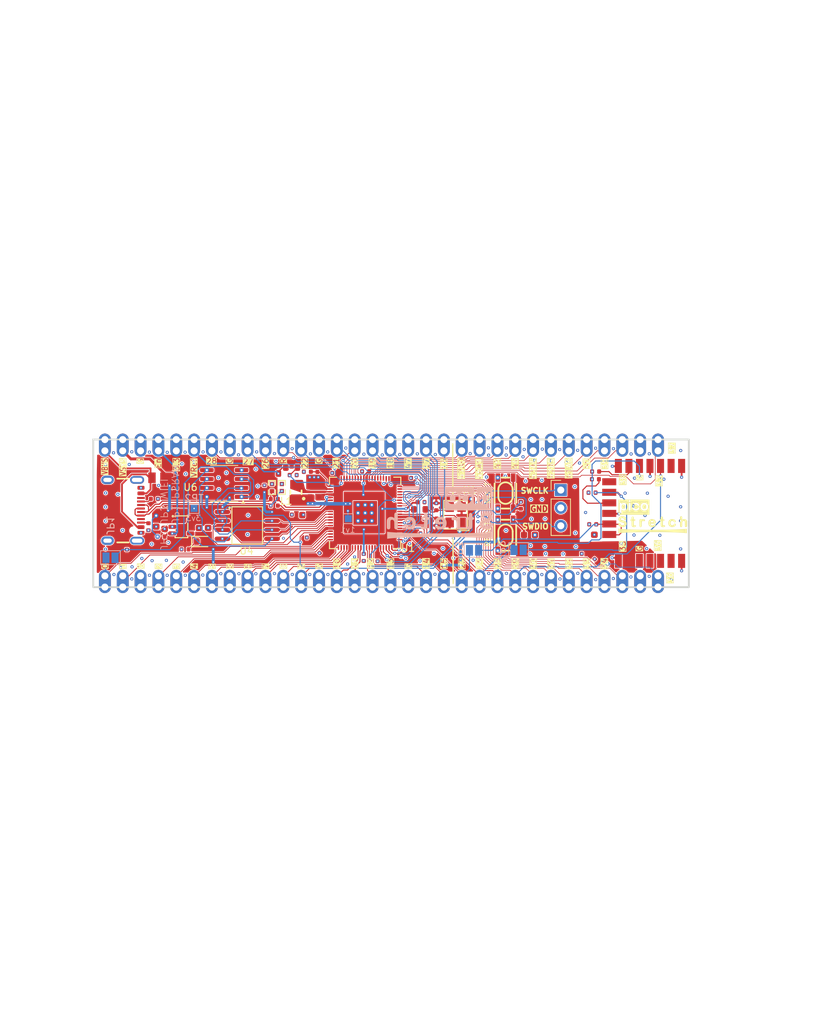
<source format=kicad_pcb>
(kicad_pcb (version 20241229) (generator "pcbnew") (generator_version "9.0")
  (layers (0 "F.Cu" signal "Top Layer") (4 "In1.Cu" signal "Inner1") (6 "In2.Cu" signal "Inner2") (2 "B.Cu" signal "Bottom Layer") (13 "F.Paste" user "Top Paste Mask Layer") (15 "B.Paste" user "Bottom Paste Mask Layer") (5 "F.SilkS" user "Top Silkscreen Layer") (7 "B.SilkS" user "Bottom Silkscreen Layer") (1 "F.Mask" user "Top Solder Mask Layer") (3 "B.Mask" user "Bottom Solder Mask Layer") (25 "Edge.Cuts" user "Multi-Layer"))
  (net 0 "")
  (net 1 "GND")
  (net 2 "RUN")
  (net 3 "1V1")
  (net 4 "Net-(U1-XIN)")
  (net 5 "Net-(U1-QSPI_SS)")
  (net 6 "Net-(U1-XOUT)")
  (net 9 "GPIO4")
  (net 10 "GPIO5")
  (net 11 "GPIO6")
  (net 12 "GPIO7")
  (net 13 "GPIO8")
  (net 14 "GPIO9")
  (net 15 "GPIO10")
  (net 16 "GPIO11")
  (net 17 "GPIO12")
  (net 18 "GPIO13")
  (net 19 "GPIO14")
  (net 20 "GPIO15")
  (net 21 "GPIO16")
  (net 22 "GPIO17")
  (net 23 "GPIO18")
  (net 24 "GPIO19")
  (net 25 "GPIO20")
  (net 26 "GPIO21")
  (net 27 "GPIO22")
  (net 28 "GPIO23")
  (net 29 "GPIO24")
  (net 30 "GPIO25")
  (net 31 "GPIO26")
  (net 32 "GPIO27")
  (net 33 "GPIO28")
  (net 34 "GPIO29")
  (net 35 "GPIO30")
  (net 36 "GPIO31")
  (net 37 "GPIO32")
  (net 38 "GPIO33")
  (net 39 "GPIO34")
  (net 40 "GPIO35")
  (net 41 "GPIO0")
  (net 42 "GPIO1")
  (net 43 "GPIO2")
  (net 44 "GPIO3")
  (net 45 "GPIO39")
  (net 46 "GPIO38")
  (net 47 "GPIO37")
  (net 48 "GPIO36")
  (net 49 "VSYS")
  (net 50 "3V3_EN")
  (net 51 "VBUS")
  (net 52 "Net-(Boot1-Pad1)")
  (net 53 "Net-(U1-VREG_AVDD)")
  (net 54 "Net-(C17-Pad1)")
  (net 55 "/VREG_LX")
  (net 56 "Net-(USB1-CC1)")
  (net 57 "Net-(USB1-CC2)")
  (net 59 "GPIO47{slash}ADC7")
  (net 60 "GPIO44{slash}ADC4")
  (net 61 "GPIO45{slash}ADC5")
  (net 62 "GPIO42{slash}ADC2")
  (net 63 "GPIO43{slash}ADC3")
  (net 64 "GPIO46{slash}ADC6")
  (net 65 "GPIO41{slash}ADC1")
  (net 66 "GPIO40{slash}ADC0")
  (net 70 "ADC_VREF")
  (net 71 "Net-(U1-ADC_AVDD)")
  (net 72 "USB2_D-")
  (net 73 "USB2_D+")
  (net 74 "Net-(U1-USB_DM)")
  (net 75 "Net-(U1-USB_DP)")
  (net 76 "Net-(PWR_LED1-Pad1)")
  (net 77 "QSPI_SCLK")
  (net 78 "QSPI_SD3")
  (net 79 "QSPI_SD1")
  (net 80 "QSPI_SD2")
  (net 81 "QSPI_SD0")
  (net 86 "Net-(JP1-A)")
  (net 87 "Net-(JP2-A)")
  (net 88 "Net-(JP3-B)")
  (net 89 "Net-(U5-DO)")
  (net 90 "Net-(U5-nIRQ)")
  (net 91 "3V3")
  (net 92 "SWCLK")
  (net 93 "SWDIO")
  (footprint "Connector_PinHeader_2.54mm:PinHeader_1x03_P2.54mm_Vertical" (layer "F.Cu") (at 175.7 98.18)
    (property "Reference" "J2" (hide yes))
    (property "Value" "Conn_01x03_Pin" (hide yes))
  )
  (footprint "PCM_JLCPCB:R_0603" (layer "F.Cu") (at 137.38 94.98 180)
    (property "Reference" "R7" (hide yes))
    (property "Value" "1Ω" (hide yes))
  )
  (footprint "PCM_JLCPCB:C_0402" (layer "F.Cu") (at 180.88 107.64 -135)
    (property "Reference" "C23" (hide yes))
    (property "Value" "100nF")
  )
  (footprint "Custom:rpi_rmc20452t" (layer "F.Cu") (at 190.35 101.5 -90)
    (property "Reference" "U5" (hide yes))
    (property "Value" "RPI Radio Module 2" (hide yes))
  )
  (footprint "PCM_JLCPCB:C_0603" (layer "F.Cu") (at 171.24 104.56 180)
    (property "Reference" "C15" (hide yes))
    (property "Value" "100nF" (hide yes))
  )
  (footprint "EasyEDA:D0402-BI" (layer "F.Cu") (at 134.59 97.83 -90)
    (property "Reference" "D2" (hide yes))
    (property "Value" "RCLAMP0521P.TCT-MS" (hide yes))
  )
  (footprint "PCM_JLCPCB:C_0402" (layer "F.Cu") (at 136.92 101.68)
    (property "Reference" "C16" (hide yes))
    (property "Value" "100nF" (hide yes))
  )
  (footprint "PCM_JLCPCB:R_0402" (layer "F.Cu") (at 180.25 103.05 180)
    (property "Reference" "R10" (hide yes))
    (property "Value" "10kΩ" (hide yes))
  )
  (footprint "PCM_JLCPCB:SOT-23-5_L3.0-W1.7-P0.95-LS2.8-BR" (layer "F.Cu") (at 121.7 103.4 180)
    (property "Reference" "U3" (hide yes))
    (property "Value" "~" (hide yes))
  )
  (footprint "RP2350 Dev Board:POWERDI-123_L2.8-W1.8-LS3.7-RD" (layer "F.Cu") (at 118.6925 96.43 180)
    (property "Reference" "D1" (hide yes))
    (property "Value" "~")
  )
  (footprint "PCM_JLCPCB:C_0402" (layer "F.Cu") (at 147.92 95.52)
    (property "Reference" "C13" (hide yes))
    (property "Value" "100nF" (hide yes))
  )
  (footprint "PCM_JLCPCB:D_0603" (layer "F.Cu") (at 124.65 105.5)
    (property "Reference" "PWR_LED1" (hide yes))
    (property "Value" "Red" (hide yes))
  )
  (footprint "PCM_JLCPCB:R_0402" (layer "F.Cu") (at 134.92 99.46 180)
    (property "Reference" "R2" (hide yes))
    (property "Value" "33Ω" (hide yes))
  )
  (footprint "PCM_JLCPCB:C_0603" (layer "F.Cu") (at 180.48 105.31 90)
    (property "Reference" "C24" (hide yes))
    (property "Value" "4.7nF")
  )
  (footprint "PCM_JLCPCB:C_0402" (layer "F.Cu") (at 153.9 96.47)
    (property "Reference" "C7" (hide yes))
    (property "Value" "100nF" (hide yes))
  )
  (footprint "Custom:logo" (layer "F.Cu") (at 187.34 102.92)
    (property "Reference" "G***" (hide yes))
    (property "Value" "LOGO" (hide yes))
  )
  (footprint "PCM_JLCPCB:C_0402" (layer "F.Cu") (at 157.98 100.55 90)
    (property "Reference" "C17" (hide yes))
    (property "Value" "15pF" (hide yes))
  )
  (footprint "PCM_JLCPCB:C_0603" (layer "F.Cu") (at 140.0275 98.435 -90)
    (property "Reference" "C10" (hide yes))
    (property "Value" "4.7uF" (hide yes))
  )
  (footprint "PCM_JLCPCB:C_0603" (layer "F.Cu") (at 139.68 101.74)
    (property "Reference" "C9" (hide yes))
    (property "Value" "100nF" (hide yes))
  )
  (footprint "PCM_JLCPCB:C_0402" (layer "F.Cu") (at 158 102.72 90)
    (property "Reference" "C18" (hide yes))
    (property "Value" "15pF" (hide yes))
  )
  (footprint "PCM_JLCPCB:C_0402" (layer "F.Cu") (at 149.626 107.8 -90)
    (property "Reference" "C3" (hide yes))
    (property "Value" "100nF" (hide yes))
  )
  (footprint "EasyEDA:D0402-BI" (layer "F.Cu") (at 135.99 97.82 -90)
    (property "Reference" "D3" (hide yes))
    (property "Value" "RCLAMP0521P.TCT-MS" (hide yes))
  )
  (footprint "PCM_JLCPCB:R_0402" (layer "F.Cu") (at 180.66 95.55 180)
    (property "Reference" "R15" (hide yes))
    (property "Value" "470Ω" (hide yes))
  )
  (footprint "PCM_JLCPCB:C_0402" (layer "F.Cu") (at 155.214 104.358)
    (property "Reference" "C4" (hide yes))
    (property "Value" "100nF" (hide yes))
  )
  (footprint "RP2350 Dev Board:CRYSTAL-SMD_4P-L3.2-W2.5-BL" (layer "F.Cu") (at 160.73 101.69 90)
    (property "Reference" "X1")
    (property "Value" "~" (hide yes))
  )
  (footprint "PCM_JLCPCB:R_0402" (layer "F.Cu") (at 180.63 96.64)
    (property "Reference" "R16" (hide yes))
    (property "Value" "10kΩ" (hide yes))
  )
  (footprint "PCM_JLCPCB:R_0402" (layer "F.Cu") (at 141.56 95.6 180)
    (property "Reference" "R6" (hide yes))
    (property "Value" "33Ω" (hide yes))
  )
  (footprint "PCM_JLCPCB:C_0402" (layer "F.Cu") (at 137.6 96.05)
    (property "Reference" "C19" (hide yes))
    (property "Value" "4.7uF" (hide yes))
  )
  (footprint "PCM_JLCPCB:R_0402" (layer "F.Cu") (at 180.15 98.55 180)
    (property "Reference" "R9" (hide yes))
    (property "Value" "10kΩ" (hide yes))
  )
  (footprint "PCM_JLCPCB:C_0402" (layer "F.Cu") (at 139.62 95.58)
    (property "Reference" "C11" (hide yes))
    (property "Value" "4.7uF" (hide yes))
  )
  (footprint "RP2350 Dev Board:USB-C-SMD_TYPE-C-6PIN-2MD-073" (layer "F.Cu") (at 113.558 101.056 -90)
    (property "Reference" "USB1" (hide yes))
    (property "Value" "~" (hide yes))
  )
  (footprint "PCM_JLCPCB:C_0402" (layer "F.Cu") (at 155.8 99.9)
    (property "Reference" "C5" (hide yes))
    (property "Value" "100nF" (hide yes))
  )
  (footprint "RP2350 Dev Board:KEY-SMD_4P-L4.2-W3.2-P2.20-LS5.1-TL" (layer "F.Cu") (at 167.83 104.6 -90)
    (property "Reference" "Reset1" (hide yes))
    (property "Value" "K2-1808SN-A4SW-01" (hide yes))
  )
  (footprint "PCM_JLCPCB:R_0402" (layer "F.Cu") (at 117 103.4 90)
    (property "Reference" "R4" (hide yes))
    (property "Value" "5.1kΩ" (hide yes))
  )
  (footprint "PCM_JLCPCB:R_0402" (layer "F.Cu") (at 170.01 100.34 90)
    (property "Reference" "R5" (hide yes))
    (property "Value" "1kΩ" (hide yes))
  )
  (footprint "PCM_JLCPCB:R_0402" (layer "F.Cu") (at 117.85 99.43 180)
    (property "Reference" "R1" (hide yes))
    (property "Value" "5.1kΩ" (hide yes))
  )
  (footprint "PCM_JLCPCB:C_0402" (layer "F.Cu") (at 141.72 106.78 -135)
    (property "Reference" "C1" (hide yes))
    (property "Value" "100nF" (hide yes))
  )
  (footprint "PCM_JLCPCB:R_0402" (layer "F.Cu") (at 122.21 106.61 180)
    (property "Reference" "R12" (hide yes))
    (property "Value" "2kΩ" (hide yes))
  )
  (footprint "RP2350 Dev Board:QFN-80_L10.0-W10.0-P0.40-TL-EP3.4" (layer "F.Cu") (at 147.850396 101.429109 90)
    (property "Reference" "U1")
    (property "Value" "~")
  )
  (footprint "PCM_JLCPCB:C_0402" (layer "F.Cu") (at 179.18 107.24 180)
    (property "Reference" "C21" (hide yes))
    (property "Value" "100nF")
  )
  (footprint "PCM_JLCPCB:C_0603" (layer "F.Cu") (at 124.2 102.8 -90)
    (property "Reference" "C40" (hide yes))
    (property "Value" "10uF" (hide yes))
  )
  (footprint "RP2350 Dev Board:KEY-SMD_4P-L4.2-W3.2-P2.20-LS5.1-TL" (layer "F.Cu") (at 167.83 98.61 -90)
    (property "Reference" "Boot1" (hide yes))
    (property "Value" "K2-1808SN-A4SW-01" (hide yes))
  )
  (footprint "PCM_JLCPCB:R_0402" (layer "F.Cu") (at 134.91 100.4 180)
    (property "Reference" "R3" (hide yes))
    (property "Value" "33Ω" (hide yes))
  )
  (footprint "PCM_JLCPCB:C_0603" (layer "F.Cu") (at 118.1 102.6 -90)
    (property "Reference" "C39" (hide yes))
    (property "Value" "100nF" (hide yes))
  )
  (footprint "RP2350 Dev Board:IND-SMD_L2.0-W1.6_AOTA-B201610S3R3-101-T" (layer "F.Cu") (at 138 98.5 -90)
    (property "Reference" "L1")
    (property "Value" "~" (hide yes))
  )
  (footprint "PCM_JLCPCB:C_0402" (layer "F.Cu") (at 133.51 98 90)
    (property "Reference" "C22" (hide yes))
    (property "Value" "100nF")
  )
  (footprint "PCM_JLCPCB:R_0402" (layer "F.Cu") (at 118.8 104.8)
    (property "Reference" "R11" (hide yes))
    (property "Value" "100kΩ" (hide yes))
  )
  (footprint "PCM_JLCPCB:R_0603" (layer "F.Cu") (at 155.6 100.929 180)
    (property "Reference" "R28" (hide yes))
    (property "Value" "1kΩ" (hide yes))
  )
  (footprint "PCM_JLCPCB:C_0402" (layer "F.Cu") (at 147.645 107.7615 -90)
    (property "Reference" "C2" (hide yes))
    (property "Value" "100nF" (hide yes))
  )
  (footprint "Castellated:Castellated_Pad_64" (layer "F.Cu") (at 110.8 92.6)
    (property "Reference" "J4" (hide yes))
    (property "Value" "Conn_01x64_Castellated_Pads")
  )
  (footprint "PCM_JLCPCB:C_0603" (layer "F.Cu") (at 141.227 98.441 -90)
    (property "Reference" "C12" (hide yes))
    (property "Value" "4.7uF" (hide yes))
  )
  (footprint "PCM_JLCPCB:C_0603" (layer "F.Cu") (at 119.3 102.92 -90)
    (property "Reference" "C37" (hide yes))
    (property "Value" "10uF" (hide yes))
  )
  (footprint "PCM_JLCPCB:C_0402" (layer "F.Cu") (at 140.05 104.94)
    (property "Reference" "C8" (hide yes))
    (property "Value" "100nF" (hide yes))
  )
  (footprint "PCM_JLCPCB:C_0603" (layer "F.Cu") (at 125.5 102.78 -90)
    (property "Reference" "C38" (hide yes))
    (property "Value" "100nF" (hide yes))
  )
  (footprint "PCM_JLCPCB:C_0402" (layer "F.Cu") (at 155.75 102.28)
    (property "Reference" "C6" (hide yes))
    (property "Value" "100nF" (hide yes))
  )
  (footprint "PCM_JLCPCB:R_0603" (layer "F.Cu") (at 134.68 95.83 180)
    (property "Reference" "R8" (hide yes))
    (property "Value" "200Ω" (hide yes))
  )
  (footprint "PCM_JLCPCB:SOIC-8_L5.3-W5.3-P1.27-LS8.0-BL" (layer "F.Cu") (at 131.06 103.2 -90)
    (property "Reference" "U4")
    (property "Value" "Winbond W25Q128JVSIQ" (hide yes))
  )
  (footprint "PCM_JLCPCB:R_0402" (layer "F.Cu") (at 113.93 107.15 -90)
    (property "Reference" "R14" (hide yes))
    (property "Value" "10kΩ" (hide yes))
  )
  (footprint "Package_SO:SOIC-8_3.9x4.9mm_P1.27mm" (layer "F.Cu") (at 127.79 97.245 180)
    (property "Reference" "U6")
    (property "Value" "ESP-PSRAM32" (hide yes))
  )
  (footprint "PCM_JLCPCB:C_0402" (layer "F.Cu") (at 143.66 95.75)
    (property "Reference" "C36" (hide yes))
    (property "Value" "100nF" (hide yes))
  )
  (footprint "TestPoint:TestPoint_Pad_1.0x1.0mm" (layer "B.Cu") (at 145.45 102.25 180)
    (property "Reference" "TP1" (hide yes))
    (property "Value" "TestPoint" (hide yes))
  )
  (footprint "Custom:logo_large" (layer "B.Cu") (at 160.7 102.95 180)
    (property "Reference" "G***" (hide yes))
    (property "Value" "LOGO" (hide yes))
  )
  (footprint "TestPoint:TestPoint_Pad_1.0x1.0mm" (layer "B.Cu") (at 123.5 100.8 180)
    (property "Reference" "TP2")
    (property "Value" "TestPoint")
  )
  (footprint "Jumper:SolderJumper-2_P1.3mm_Open_Pad1.0x1.5mm" (layer "B.Cu") (at 111.6 107.8 180)
    (property "Reference" "JP1")
    (property "Value" "SolderJumper_2_Open" (hide yes))
  )
  (footprint "Jumper:SolderJumper-2_P1.3mm_Open_Pad1.0x1.5mm" (layer "B.Cu") (at 169.7 106.675 180)
    (property "Reference" "JP2")
    (property "Value" "SolderJumper_2_Open" (hide yes))
  )
  (footprint "Jumper:SolderJumper-2_P1.3mm_Open_Pad1.0x1.5mm" (layer "B.Cu") (at 163.35 106.75)
    (property "Reference" "JP3")
    (property "Value" "SolderJumper_2_Open" (hide yes))
  )
  (gr_line (start 160.38 111.45) (end 160.36 104.71) (stroke (width 0.2)) (layer "F.SilkS"))
  (gr_line (start 160.31 91.62) (end 160.34 98.85) (stroke (width 0.2)) (layer "F.SilkS"))
  (gr_rect (start 109.145 90.99) (end 193.925 111.99) (stroke (width 0.254)) (fill no) (layer "Edge.Cuts"))
  (gr_text "19" (at 149.37 95.18 90) (layer "F.SilkS" knockout) (effects (font (size 0.8 0.8) (thickness 0.1)) (justify left bottom)))
  (gr_text "44" (at 169.715161 95.25619 90) (layer "F.SilkS" knockout) (effects (font (size 0.8 0.8) (thickness 0.1)) (justify left bottom)))
  (gr_text "34" (at 182.42258 109.46 90) (layer "F.SilkS" knockout) (effects (font (size 0.8 0.8) (thickness 0.1)) (justify left bottom)))
  (gr_text "33" (at 179.883226 109.46 90) (layer "F.SilkS" knockout) (effects (font (size 0.8 0.8) (thickness 0.1)) (justify left bottom)))
  (gr_text "29" (at 169.725806 109.46 90) (layer "F.SilkS" knockout) (effects (font (size 0.8 0.8) (thickness 0.1)) (justify left bottom)))
  (gr_text "SWCLK" (at 169.89 98.73 0) (layer "F.SilkS") (effects (font (size 0.8 0.8) (thickness 0.2) (bold yes)) (justify left bottom)))
  (gr_text "G" (at 141.792903 109.46 90) (layer "F.SilkS" knockout) (effects (font (size 0.8 0.8) (thickness 0.1)) (justify left bottom)))
  (gr_text "6" (at 131.635484 109.46 90) (layer "F.SilkS" knockout) (effects (font (size 0.8 0.8) (thickness 0.1)) (justify left bottom)))
  (gr_text "12" (at 149.13 109.44 90) (layer "F.SilkS" knockout) (effects (font (size 0.8 0.8) (thickness 0.1)) (justify left bottom)))
  (gr_text "37" (at 190.18 97.7 90) (layer "F.SilkS" knockout) (effects (font (size 0.8 0.8) (thickness 0.1)) (justify left bottom)))
  (gr_text "27" (at 130.37 94.62 0) (layer "F.SilkS" knockout) (effects (font (size 0.8 0.8) (thickness 0.1)) (justify left bottom)))
  (gr_text "15" (at 159.568387 109.46 90) (layer "F.SilkS" knockout) (effects (font (size 0.8 0.8) (thickness 0.1)) (justify left bottom)))
  (gr_text "22" (at 139.76 95.19 90) (layer "F.SilkS" knockout) (effects (font (size 0.8 0.8) (thickness 0.1)) (justify left bottom)))
  (gr_text "G" (at 116.327742 94.53238 90) (layer "F.SilkS" knockout) (effects (font (size 0.8 0.8) (thickness 0.1)) (justify left bottom)))
  (gr_text "SWDIO" (at 170.11 103.82 0) (layer "F.SilkS") (effects (font (size 0.8 0.8) (thickness 0.2) (bold yes)) (justify left bottom)))
  (gr_text "47A0" (at 162.03 96.67 90) (layer "F.SilkS" knockout) (effects (font (size 0.8 0.8) (thickness 0.1)) (justify left bottom)))
  (gr_text "24" (at 164.647097 109.46 90) (layer "F.SilkS" knockout) (effects (font (size 0.8 0.8) (thickness 0.1)) (justify left bottom)))
  (gr_text "8" (at 136.714193 109.46 90) (layer "F.SilkS" knockout) (effects (font (size 0.8 0.8) (thickness 0.1)) (justify left bottom)))
  (gr_text "41A6" (at 177.341936 96.62 90) (layer "F.SilkS" knockout) (effects (font (size 0.8 0.8) (thickness 0.1)) (justify left bottom)))
  (gr_text "39" (at 182.426452 95.25619 90) (layer "F.SilkS" knockout) (effects (font (size 0.8 0.8) (thickness 0.1)) (justify left bottom)))
  (gr_text "23" (at 162.107742 109.46 90) (layer "F.SilkS" knockout) (effects (font (size 0.8 0.8) (thickness 0.1)) (justify left bottom)))
  (gr_text "G" (at 129.039032 94.53238 90) (layer "F.SilkS" knockout) (effects (font (size 0.8 0.8) (thickness 0.1)) (justify left bottom)))
  (gr_text "En" (at 118.87 95.18 90) (layer "F.SilkS" knockout) (effects (font (size 0.8 0.8) (thickness 0.1)) (justify left bottom)))
  (gr_text "38" (at 185.02 97.52 90) (layer "F.SilkS" knockout) (effects (font (size 0.8 0.8) (thickness 0.1)) (justify left bottom)))
  (gr_text "17" (at 157.003871 95.25619 90) (layer "F.SilkS" knockout) (effects (font (size 0.8 0.8) (thickness 0.1)) (justify left bottom)))
  (gr_text "42A5" (at 174.799678 96.64 90) (layer "F.SilkS" knockout) (effects (font (size 0.8 0.8) (thickness 0.1)) (justify left bottom)))
  (gr_text "0" (at 111.320645 109.46 90) (layer "F.SilkS" knockout) (effects (font (size 0.8 0.8) (thickness 0.1)) (justify left bottom)))
  (gr_text "5" (at 126.556774 109.46 90) (layer "F.SilkS" knockout) (effects (font (size 0.8 0.8) (thickness 0.1)) (justify left bottom)))
  (gr_text "43A4" (at 172.25 96.69 90) (layer "F.SilkS" knockout) (effects (font (size 0.8 0.8) (thickness 0.1)) (justify left bottom)))
  (gr_text "36" (at 190.01 106.88 90) (layer "F.SilkS" knockout) (effects (font (size 0.8 0.8) (thickness 0.1)) (justify left bottom)))
  (gr_text "G" (at 154.489677 109.46 90) (layer "F.SilkS" knockout) (effects (font (size 0.8 0.8) (thickness 0.1)) (justify left bottom)))
  (gr_text "20" (at 146.83 95.17 90) (layer "F.SilkS" knockout) (effects (font (size 0.8 0.8) (thickness 0.1)) (justify left bottom)))
  (gr_text "G" (at 187.38 106.98 90) (layer "F.SilkS" knockout) (effects (font (size 0.8 0.8) (thickness 0.1)) (justify left bottom)))
  (gr_text "3" (at 121.478064 109.46 90) (layer "F.SilkS" knockout) (effects (font (size 0.8 0.8) (thickness 0.1)) (justify left bottom)))
  (gr_text "BOOT" (at 165.83 100.19 90) (layer "F.SilkS") (effects (font (size 0.8 0.8) (thickness 0.1)) (justify left bottom)))
  (gr_text "26" (at 134.16 95.24 90) (layer "F.SilkS" knockout) (effects (font (size 0.8 0.8) (thickness 0.1)) (justify left bottom)))
  (gr_text "14" (at 157.029032 109.46 90) (layer "F.SilkS" knockout) (effects (font (size 0.8 0.8) (thickness 0.1)) (justify left bottom)))
  (gr_text "31" (at 174.804516 109.46 90) (layer "F.SilkS" knockout) (effects (font (size 0.8 0.8) (thickness 0.1)) (justify left bottom)))
  (gr_text "45" (at 167.172903 95.25619 90) (layer "F.SilkS" knockout) (effects (font (size 0.8 0.8) (thickness 0.1)) (justify left bottom)))
  (gr_text "9" (at 139.253548 109.46 90) (layer "F.SilkS" knockout) (effects (font (size 0.8 0.8) (thickness 0.1)) (justify left bottom)))
  (gr_text "18" (at 151.93 95.21 90) (layer "F.SilkS" knockout) (effects (font (size 0.8 0.8) (thickness 0.1)) (justify left bottom)))
  (gr_text "30" (at 172.265161 109.46 90) (layer "F.SilkS" knockout) (effects (font (size 0.8 0.8) (thickness 0.1)) (justify left bottom)))
  (gr_text "21\n" (at 144.22 95.18 90) (layer "F.SilkS" knockout) (effects (font (size 0.8 0.8) (thickness 0.1)) (justify left bottom)))
  (gr_text "G" (at 129.096129 109.46 90) (layer "F.SilkS" knockout) (effects (font (size 0.8 0.8) (thickness 0.1)) (justify left bottom)))
  (gr_text "GND" (at 171.26 101.33 0) (layer "F.SilkS" knockout) (effects (font (size 0.8 0.8) (thickness 0.2) (bold yes)) (justify left bottom)))
  (gr_text "4" (at 124.017419 109.46 90) (layer "F.SilkS" knockout) (effects (font (size 0.8 0.8) (thickness 0.1)) (justify left bottom)))
  (gr_text "37" (at 192.02 93.05 90) (layer "F.SilkS" knockout) (effects (font (size 0.8 0.8) (thickness 0.1)) (justify left bottom)))
  (gr_text "40" (at 179.884194 95.25619 90) (layer "F.SilkS" knockout) (effects (font (size 0.8 0.8) (thickness 0.1)) (justify left bottom)))
  (gr_text "2" (at 118.93871 109.46 90) (layer "F.SilkS" knockout) (effects (font (size 0.8 0.8) (thickness 0.1)) (justify left bottom)))
  (gr_text "1" (at 113.86 109.46 90) (layer "F.SilkS" knockout) (effects (font (size 0.8 0.8) (thickness 0.1)) (justify left bottom)))
  (gr_text "3.3" (at 121.47 95.57 90) (layer "F.SilkS" knockout) (effects (font (size 0.8 0.8) (thickness 0.1)) (justify left bottom)))
  (gr_text "VRef" (at 123.96 96.42 90) (layer "F.SilkS" knockout) (effects (font (size 0.8 0.8) (thickness 0.1)) (justify left bottom)))
  (gr_text "G" (at 141.750323 94.53238 90) (layer "F.SilkS" knockout) (effects (font (size 0.8 0.8) (thickness 0.1)) (justify left bottom)))
  (gr_text "36" (at 191.74 111.49 90) (layer "F.SilkS" knockout) (effects (font (size 0.8 0.8) (thickness 0.1)) (justify left bottom)))
  (gr_text "VSYS" (at 113.85 96.225 90) (layer "F.SilkS" knockout) (effects (font (size 0.8 0.7) (thickness 0.1)) (justify left bottom)))
  (gr_text "32" (at 177.343871 109.46 90) (layer "F.SilkS" knockout) (effects (font (size 0.8 0.8) (thickness 0.1)) (justify left bottom)))
  (gr_text "25" (at 167.186451 109.46 90) (layer "F.SilkS" knockout) (effects (font (size 0.8 0.8) (thickness 0.1)) (justify left bottom)))
  (gr_text "RESET" (at 165.79 106.31 90) (layer "F.SilkS") (effects (font (size 0.8 0.8) (thickness 0.1)) (justify left bottom)))
  (gr_text "G" (at 116.399355 109.46 90) (layer "F.SilkS" knockout) (effects (font (size 0.8 0.8) (thickness 0.1)) (justify left bottom)))
  (gr_text "28" (at 125.16 94.53 0) (layer "F.SilkS" knockout) (effects (font (size 0.8 0.8) (thickness 0.1)) (justify left bottom)))
  (gr_text "R" (at 136.69 94.54 90) (layer "F.SilkS" knockout) (effects (font (size 0.8 0.8) (thickness 0.1)) (justify left bottom)))
  (gr_text "47" (at 154.461613 95.25619 90) (layer "F.SilkS" knockout) (effects (font (size 0.8 0.8) (thickness 0.1)) (justify left bottom)))
  (gr_text "46A1" (at 164.59 96.69 90) (layer "F.SilkS" knockout) (effects (font (size 0.8 0.8) (thickness 0.1)) (justify left bottom)))
  (gr_text "13" (at 151.950322 109.46 90) (layer "F.SilkS" knockout) (effects (font (size 0.8 0.8) (thickness 0.1)) (justify left bottom)))
  (gr_text "10" (at 144.32 109.47 90) (layer "F.SilkS" knockout) (effects (font (size 0.8 0.8) (thickness 0.1)) (justify left bottom)))
  (gr_text "11" (at 146.871613 109.46 90) (layer "F.SilkS" knockout) (effects (font (size 0.8 0.8) (thickness 0.1)) (justify left bottom)))
  (gr_text "7" (at 134.174839 109.46 90) (layer "F.SilkS" knockout) (effects (font (size 0.8 0.8) (thickness 0.1)) (justify left bottom)))
  (gr_text "16" (at 159.546129 95.25619 90) (layer "F.SilkS" knockout) (effects (font (size 0.8 0.8) (thickness 0.1)) (justify left bottom)))
  (gr_text "35" (at 185.01 107.01 90) (layer "F.SilkS" knockout) (effects (font (size 0.8 0.8) (thickness 0.1)) (justify left bottom)))
  (gr_text "VBUS" (at 111.27 96.02 90) (layer "F.SilkS" knockout) (effects (font (size 0.8 0.6) (thickness 0.1)) (justify left bottom)))
  (gr_text "G" (at 187.42 96.88 90) (layer "F.SilkS" knockout) (effects (font (size 0.8 0.8) (thickness 0.1)) (justify left bottom)))
  (gr_text "3v3" (at 124.55 102.65 0) (layer "B.SilkS") (effects (font (size 0.8 0.8) (thickness 0.1)) (justify left bottom mirror)))
  (gr_text "     JP1 PSRAM\nJP2/JP3 WIFI" (at 118.6 106.8 270) (layer "B.SilkS") (effects (font (size 1 1) (thickness 0.1)) (justify left bottom mirror)))
  (gr_text "1v1" (at 146.5 104.3 0) (layer "B.SilkS") (effects (font (size 0.8 0.8) (thickness 0.1)) (justify left bottom mirror)))
  (segment (start 192.9 96.36) (end 192.9 94.8) (width 0.254) (layer "F.Cu") (net 1))
  (segment (start 188.41 94.81) (end 188.4 94.8) (width 0.254) (layer "F.Cu") (net 1))
  (segment (start 142.4 98.037) (end 142.26 98.037) (width 0.2) (layer "F.Cu") (net 1))
  (segment (start 142.4 98.037) (end 142.4 98) (width 0.2) (layer "F.Cu") (net 1))
  (segment (start 183.05 94.8) (end 183.9 94.8) (width 0.254) (layer "F.Cu") (net 1))
  (segment (start 188.41 96.23) (end 188.41 94.81) (width 0.254) (layer "F.Cu") (net 1))
  (segment (start 183.02 107.81) (end 183.41 107.81) (width 0.254) (layer "F.Cu") (net 1))
  (segment (start 183.99 101.55) (end 182.6 101.55) (width 0.254) (layer "F.Cu") (net 1))
  (segment (start 137.48 101.63) (end 137.47 101.62) (width 0.15) (layer "F.Cu") (net 1))
  (segment (start 142.4 98) (end 142.25 97.85) (width 0.2) (layer "F.Cu") (net 1))
  (segment (start 183.41 107.81) (end 183.9 108.3) (width 0.254) (layer "F.Cu") (net 1))
  (segment (start 192.9 109.66) (end 192.9 108.3) (width 0.254) (layer "F.Cu") (net 1))
  (segment (start 137.497 101.647) (end 137.48 101.63) (width 0.15) (layer "F.Cu") (net 1))
  (segment (start 142.9405 98.037) (end 142.4 98.037) (width 0.2) (layer "F.Cu") (net 1))
  (via (at 141.176 96.357) (size 0.45) (drill 0.2) (layers "F.Cu" "B.Cu") (net 1))
  (via (at 174.36 94.01) (size 0.45) (drill 0.2) (layers "F.Cu" "B.Cu") (net 1))
  (via (at 158 103.22) (size 0.45) (drill 0.2) (layers "F.Cu" "B.Cu") (net 1))
  (via (at 114.67 109.1) (size 0.45) (drill 0.2) (layers "F.Cu" "B.Cu") (net 1))
  (via (at 132.4 92.75) (size 0.45) (drill 0.2) (layers "F.Cu" "B.Cu") (net 1))
  (via (at 112.03 92.88) (size 0.45) (drill 0.2) (layers "F.Cu" "B.Cu") (net 1))
  (via (at 192.76 102.55) (size 0.45) (drill 0.2) (layers "F.Cu" "B.Cu") (net 1))
  (via (at 161.3 104.08) (size 0.63) (drill 0.3) (layers "F.Cu" "B.Cu") (net 1))
  (via (at 142.55 110.19) (size 0.45) (drill 0.2) (layers "F.Cu" "B.Cu") (net 1))
  (via (at 132.57 97.61) (size 0.45) (drill 0.2) (layers "F.Cu" "B.Cu") (net 1))
  (via (at 123.46 94.21) (size 0.45) (drill 0.2) (layers "F.Cu" "B.Cu") (net 1))
  (via (at 135.15 94.1) (size 0.45) (drill 0.2) (layers "F.Cu" "B.Cu") (net 1))
  (via (at 189.8 104.61) (size 0.45) (drill 0.2) (layers "F.Cu" "B.Cu") (net 1))
  (via (at 155.28 93.03) (size 0.45) (drill 0.2) (layers "F.Cu" "B.Cu") (net 1))
  (via (at 152.77 93.13) (size 0.45) (drill 0.2) (layers "F.Cu" "B.Cu") (net 1))
  (via (at 154.18 105.81) (size 0.45) (drill 0.2) (layers "F.Cu" "B.Cu") (net 1))
  (via (at 122.25 110.3) (size 0.45) (drill 0.2) (layers "F.Cu" "B.Cu") (net 1))
  (via (at 165.44 110.03) (size 0.45) (drill 0.2) (layers "F.Cu" "B.Cu") (net 1))
  (via (at 163.225 108.15) (size 0.45) (drill 0.2) (layers "F.Cu" "B.Cu") (net 1))
  (via (at 190.98 99.06) (size 0.45) (drill 0.2) (layers "F.Cu" "B.Cu") (net 1))
  (via (at 173.43 106.2) (size 0.45) (drill 0.2) (layers "F.Cu" "B.Cu") (net 1))
  (via (at 110.9 100.59) (size 0.45) (drill 0.2) (layers "F.Cu" "B.Cu") (net 1))
  (via (at 117.47 105.86) (size 0.45) (drill 0.2) (layers "F.Cu" "B.Cu") (net 1))
  (via (at 183.99 101.55) (size 0.45) (drill 0.2) (layers "F.Cu" "B.Cu") (net 1))
  (via (at 153.63 107.89) (size 0.45) (drill 0.2) (layers "F.Cu" "B.Cu") (net 1))
  (via (at 167.95 92.19) (size 0.45) (drill 0.2) (layers "F.Cu" "B.Cu") (net 1))
  (via (at 171.33 107.25) (size 0.45) (drill 0.2) (layers "F.Cu" "B.Cu") (net 1))
  (via (at 110.9 98.59) (size 0.45) (drill 0.2) (layers "F.Cu" "B.Cu") (net 1))
  (via (at 127.32 92.76) (size 0.45) (drill 0.2) (layers "F.Cu" "B.Cu") (net 1))
  (via (at 177.69 97.69) (size 0.45) (drill 0.2) (layers "F.Cu" "B.Cu") (net 1))
  (via (at 147.848 100.294) (size 0.63) (drill 0.3) (layers "F.Cu" "B.Cu") (net 1))
  (via (at 125.5 103.56) (size 0.45) (drill 0.2) (layers "F.Cu" "B.Cu") (net 1))
  (via (at 171.52 102.29) (size 0.45) (drill 0.2) (layers "F.Cu" "B.Cu") (net 1))
  (via (at 165.4 92.17) (size 0.45) (drill 0.2) (layers "F.Cu" "B.Cu") (net 1))
  (via (at 118.35 99.43) (size 0.45) (drill 0.2) (layers "F.Cu" "B.Cu") (net 1))
  (via (at 130.265 95.34) (size 0.63) (drill 0.3) (layers "F.Cu" "B.Cu") (net 1))
  (via (at 188.29 110.45) (size 0.45) (drill 0.2) (layers "F.Cu" "B.Cu") (net 1))
  (via (at 124.2 103.58) (size 0.45) (drill 0.2) (layers "F.Cu" "B.Cu") (net 1))
  (via (at 120.4 103.4) (size 0.45) (drill 0.2) (layers "F.Cu" "B.Cu") (net 1))
  (via (at 184.3 105.75) (size 0.45) (drill 0.2) (layers "F.Cu" "B.Cu") (net 1))
  (via (at 136.22 105.04) (size 0.4) (drill 0.2) (layers "F.Cu" "B.Cu") (net 1))
  (via (at 142.52 92.76) (size 0.45) (drill 0.2) (layers "F.Cu" "B.Cu") (net 1))
  (via (at 114.63 110.82) (size 0.45) (drill 0.2) (layers "F.Cu" "B.Cu") (net 1))
  (via (at 188.41 96.23) (size 0.45) (drill 0.2) (layers "F.Cu" "B.Cu") (net 1))
  (via (at 170.5 92.4) (size 0.45) (drill 0.2) (layers "F.Cu" "B.Cu") (net 1))
  (via (at 185.71 93.05) (size 0.45) (drill 0.2) (layers "F.Cu" "B.Cu") (net 1))
  (via (at 117.52 108.22) (size 0.45) (drill 0.2) (layers "F.Cu" "B.Cu") (net 1))
  (via (at 118.44 97.52) (size 0.45) (drill 0.2) (layers "F.Cu" "B.Cu") (net 1))
  (via (at 171.975 93.95) (size 0.45) (drill 0.2) (layers "F.Cu" "B.Cu") (net 1))
  (via (at 119.56 108.18) (size 0.45) (drill 0.2) (layers "F.Cu" "B.Cu") (net 1))
  (via (at 178.680001 107.24) (size 0.45) (drill 0.2) (layers "F.Cu" "B.Cu") (net 1))
  (via (at 126.96 96.42) (size 0.45) (drill 0.2) (layers "F.Cu" "B.Cu") (net 1))
  (via (at 192.76 100.56) (size 0.45) (drill 0.2) (layers "F.Cu" "B.Cu") (net 1))
  (via (at 147.420002 95.519999) (size 0.4) (drill 0.2) (layers "F.Cu" "B.Cu") (net 1))
  (via (at 185.68 110.54) (size 0.45) (drill 0.2) (layers "F.Cu" "B.Cu") (net 1))
  (via (at 131.19 101.76) (size 0.45) (drill 0.2) (layers "F.Cu" "B.Cu") (net 1))
  (via (at 186.2 96.49) (size 0.45) (drill 0.2) (layers "F.Cu" "B.Cu") (net 1))
  (via (at 124.78 92.76) (size 0.45) (drill 0.2) (layers "F.Cu" "B.Cu") (net 1))
  (via (at 160.425 105.05) (size 0.45) (drill 0.2) (layers "F.Cu" "B.Cu") (net 1))
  (via (at 173.03 99.52) (size 0.45) (drill 0.2) (layers "F.Cu" "B.Cu") (net 1))
  (via (at 180.48 104.53) (size 0.45) (drill 0.2) (layers "F.Cu" "B.Cu") (net 1))
  (via (at 162.96 99.46) (size 0.63) (drill 0.3) (layers "F.Cu" "B.Cu") (net 1))
  (via (at 192.76 106.55) (size 0.45) (drill 0.2) (layers "F.Cu" "B.Cu") (net 1))
  (via (at 138.1 96.05) (size 0.45) (drill 0.2) (layers "F.Cu" "B.Cu") (net 1))
  (via (at 113.32 103.91) (size 0.45) (drill 0.2) (layers "F.Cu" "B.Cu") (net 1))
  (via (at 128.09 95.72) (size 0.45) (drill 0.2) (layers "F.Cu" "B.Cu") (net 1))
  (via (at 127.53 105.11) (size 0.45) (drill 0.2) (layers "F.Cu" "B.Cu") (net 1))
  (via (at 110.9 102.58) (size 0.45) (drill 0.2) (layers "F.Cu" "B.Cu") (net 1))
  (via (at 113.07 109.2) (size 0.45) (drill 0.2) (layers "F.Cu" "B.Cu") (net 1))
  (via (at 148.8025 102.5585) (size 0.63) (drill 0.3) (layers "F.Cu" "B.Cu") (net 1))
  (via (at 139.96 110.19) (size 0.45) (drill 0.2) (layers "F.Cu" "B.Cu") (net 1))
  (via (at 114.27 94.54) (size 0.45) (drill 0.2) (layers "F.Cu" "B.Cu") (net 1))
  (via (at 150.29 93.19) (size 0.45) (drill 0.2) (layers "F.Cu" "B.Cu") (net 1))
  (via (at 183.02 107.81) (size 0.45) (drill 0.2) (layers "F.Cu" "B.Cu") (net 1))
  (via (at 140.06 93.03) (size 0.45) (drill 0.2) (layers "F.Cu" "B.Cu") (net 1))
  (via (at 155.759 104.358) (size 0.45) (drill 0.2) (layers "F.Cu" "B.Cu") (net 1))
  (via (at 167.8 96.2) (size 0.45) (drill 0.2) (layers "F.Cu" "B.Cu") (net 1))
  (via (at 134.59 97.33) (size 0.45) (drill 0.2) (layers "F.Cu" "B.Cu") (net 1))
  (via (at 139.974 96.357) (size 0.45) (drill 0.2) (layers "F.Cu" "B.Cu") (net 1))
  (via (at 152.7 110.07) (size 0.45) (drill 0.2) (layers "F.Cu" "B.Cu") (net 1))
  (via (at 179.75 103.05) (size 0.45) (drill 0.2) (layers "F.Cu" "B.Cu") (net 1))
  (via (at 180.65 92.23) (size 0.45) (drill 0.2) (layers "F.Cu" "B.Cu") (net 1))
  (via (at 118.1 103.38) (size 0.45) (drill 0.2) (layers "F.Cu" "B.Cu") (net 1))
  (via (at 112.09 110.19) (size 0.45) (drill 0.2) (layers "F.Cu" "B.Cu") (net 1))
  (via (at 167.925 93.2) (size 0.45) (drill 0.2) (layers "F.Cu" "B.Cu") (net 1))
  (via (at 167.97 110.03) (size 0.45) (drill 0.2) (layers "F.Cu" "B.Cu") (net 1))
  (via (at 148.7895 100.294) (size 0.63) (drill 0.3) (layers "F.Cu" "B.Cu") (net 1))
  (via (at 145.1 110.19) (size 0.45) (drill 0.2) (layers "F.Cu" "B.Cu") (net 1))
  (via (at 140.5875 96.357) (size 0.45) (drill 0.2) (layers "F.Cu" "B.Cu") (net 1))
  (via (at 192.77 92.56) (size 0.45) (drill 0.2) (layers "F.Cu" "B.Cu") (net 1))
  (via (at 134.94 110.05) (size 0.45) (drill 0.2) (layers "F.Cu" "B.Cu") (net 1))
  (via (at 154.37 96.48) (size 0.45) (drill 0.2) (layers "F.Cu" "B.Cu") (net 1))
  (via (at 131.12 104.49) (size 0.45) (drill 0.2) (layers "F.Cu" "B.Cu") (net 1))
  (via (at 173 96.8) (size 0.45) (drill 0.2) (layers "F.Cu" "B.Cu") (net 1))
  (via (at 115.938 97.856) (size 0.45) (drill 0.2) (layers "F.Cu" "B.Cu") (net 1))
  (via (at 115.938 104.256) (size 0.45) (drill 0.2) (layers "F.Cu" "B.Cu") (net 1))
  (via (at 121.71 106.61) (size 0.45) (drill 0.2) (layers "F.Cu" "B.Cu") (net 1))
  (via (at 179.23 101.37) (size 0.45) (drill 0.2) (layers "F.Cu" "B.Cu") (net 1))
  (via (at 180.67 110.91) (size 0.45) (drill 0.2) (layers "F.Cu" "B.Cu") (net 1))
  (via (at 178.12 110.02) (size 0.45) (drill 0.2) (layers "F.Cu" "B.Cu") (net 1))
  (via (at 132.29 110.08) (size 0.45) (drill 0.2) (layers "F.Cu" "B.Cu") (net 1))
  (via (at 176.47 94.24) (size 0.45) (drill 0.2) (layers "F.Cu" "B.Cu") (net 1))
  (via (at 155.66 108.27) (size 0.45) (drill 0.2) (layers "F.Cu" "B.Cu") (net 1))
  (via (at 146.832 100.294) (size 0.63) (drill 0.3) (layers "F.Cu" "B.Cu") (net 1))
  (via (at 124.74 110.27) (size 0.45) (drill 0.2) (layers "F.Cu" "B.Cu") (net 1))
  (via (at 112.65 98.78) (size 0.45) (drill 0.2) (layers "F.Cu" "B.Cu") (net 1))
  (via (at 166.73 96.41) (size 0.63) (drill 0.3) (layers "F.Cu" "B.Cu") (net 1))
  (via (at 150.16 110.07) (size 0.45) (drill 0.2) (layers "F.Cu" "B.Cu") (net 1))
  (via (at 146.35 107.7) (size 0.45) (drill 0.2) (layers "F.Cu" "B.Cu") (net 1))
  (via (at 158.925 106.475) (size 0.45) (drill 0.2) (layers "F.Cu" "B.Cu") (net 1))
  (via (at 175.58 110.83) (size 0.45) (drill 0.2) (layers "F.Cu" "B.Cu") (net 1))
  (via (at 145.35 108.7) (size 0.45) (drill 0.2) (layers "F.Cu" "B.Cu") (net 1))
  (via (at 119.3 103.7) (size 0.45) (drill 0.2) (layers "F.Cu" "B.Cu") (net 1))
  (via (at 117.15 110.3) (size 0.45) (drill 0.2) (layers "F.Cu" "B.Cu") (net 1))
  (via (at 173.54 107.23) (size 0.45) (drill 0.2) (layers "F.Cu" "B.Cu") (net 1))
  (via (at 147.67 93.08) (size 0.45) (drill 0.2) (layers "F.Cu" "B.Cu") (net 1))
  (via (at 156.25 102.28) (size 0.45) (drill 0.2) (layers "F.Cu" "B.Cu") (net 1))
  (via (at 186.125 104.575) (size 0.45) (drill 0.2) (layers "F.Cu" "B.Cu") (net 1))
  (via (at 146.8365 102.5585) (size 0.63) (drill 0.3) (layers "F.Cu" "B.Cu") (net 1))
  (via (at 188.3 93.02) (size 0.45) (drill 0.2) (layers "F.Cu" "B.Cu") (net 1))
  (via (at 129.88 110.07) (size 0.45) (drill 0.2) (layers "F.Cu" "B.Cu") (net 1))
  (via (at 170.7 96.9) (size 0.45) (drill 0.2) (layers "F.Cu" "B.Cu") (net 1))
  (via (at 187.925 106.5) (size 0.45) (drill 0.2) (layers "F.Cu" "B.Cu") (net 1))
  (via (at 173.46 102.26) (size 0.45) (drill 0.2) (layers "F.Cu" "B.Cu") (net 1))
  (via (at 147.62 110.09) (size 0.45) (drill 0.2) (layers "F.Cu" "B.Cu") (net 1))
  (via (at 129.82 93.17) (size 0.45) (drill 0.2) (layers "F.Cu" "B.Cu") (net 1))
  (via (at 157.84 93.13) (size 0.45) (drill 0.2) (layers "F.Cu" "B.Cu") (net 1))
  (via (at 171.4 106.08) (size 0.45) (drill 0.2) (layers "F.Cu" "B.Cu") (net 1))
  (via (at 157.66 107.18) (size 0.45) (drill 0.2) (layers "F.Cu" "B.Cu") (net 1))
  (via (at 135.99 97.32) (size 0.45) (drill 0.2) (layers "F.Cu" "B.Cu") (net 1))
  (via (at 173.07 92.36) (size 0.45) (drill 0.2) (layers "F.Cu" "B.Cu") (net 1))
  (via (at 153.36 106.75) (size 0.45) (drill 0.2) (layers "F.Cu" "B.Cu") (net 1))
  (via (at 190.37 96.64) (size 0.45) (drill 0.2) (layers "F.Cu" "B.Cu") (net 1))
  (via (at 175.54 92.42) (size 0.45) (drill 0.2) (layers "F.Cu" "B.Cu") (net 1))
  (via (at 180.526447 107.993553) (size 0.45) (drill 0.2) (layers "F.Cu" "B.Cu") (net 1))
  (via (at 127.3 110.07) (size 0.45) (drill 0.2) (layers "F.Cu" "B.Cu") (net 1))
  (via (at 177.84 106.23) (size 0.45) (drill 0.2) (layers "F.Cu" "B.Cu") (net 1))
  (via (at 163.9 102.675) (size 0.45) (drill 0.2) (layers "F.Cu" "B.Cu") (net 1))
  (via (at 127.01 98.1) (size 0.45) (drill 0.2) (layers "F.Cu" "B.Cu") (net 1))
  (via (at 187.69 101.79) (size 0.45) (drill 0.2) (layers "F.Cu" "B.Cu") (net 1))
  (via (at 143.16 95.75) (size 0.45) (drill 0.2) (layers "F.Cu" "B.Cu") (net 1))
  (via (at 132.52 99.13) (size 0.45) (drill 0.2) (layers "F.Cu" "B.Cu") (net 1))
  (via (at 166.73 100.81) (size 0.63) (drill 0.3) (layers "F.Cu" "B.Cu") (net 1))
  (via (at 122.22 92.8) (size 0.45) (drill 0.2) (layers "F.Cu" "B.Cu") (net 1))
  (via (at 188.03 98.63) (size 0.45) (drill 0.2) (layers "F.Cu" "B.Cu") (net 1))
  (via (at 133.51 97.5) (size 0.45) (drill 0.2) (layers "F.Cu" "B.Cu") (net 1))
  (via (at 148.7895 101.437) (size 0.63) (drill 0.3) (layers "F.Cu" "B.Cu") (net 1))
  (via (at 162.8 93) (size 0.45) (drill 0.2) (layers "F.Cu" "B.Cu") (net 1))
  (via (at 157.98 100.05) (size 0.45) (drill 0.2) (layers "F.Cu" "B.Cu") (net 1))
  (via (at 134.94 92.99) (size 0.45) (drill 0.2) (layers "F.Cu" "B.Cu") (net 1))
  (via (at 137.42 101.68) (size 0.45) (drill 0.2) (layers "F.Cu" "B.Cu") (net 1))
  (via (at 139.12 95.58) (size 0.45) (drill 0.2) (layers "F.Cu" "B.Cu") (net 1))
  (via (at 116.06 107.91) (size 0.45) (drill 0.2) (layers "F.Cu" "B.Cu") (net 1))
  (via (at 119.68 92.82) (size 0.45) (drill 0.2) (layers "F.Cu" "B.Cu") (net 1))
  (via (at 147.848 101.437) (size 0.63) (drill 0.3) (layers "F.Cu" "B.Cu") (net 1))
  (via (at 192.9 109.66) (size 0.45) (drill 0.2) (layers "F.Cu" "B.Cu") (net 1))
  (via (at 110.9 94.59) (size 0.45) (drill 0.2) (layers "F.Cu" "B.Cu") (net 1))
  (via (at 139.55 104.94) (size 0.45) (drill 0.2) (layers "F.Cu" "B.Cu") (net 1))
  (via (at 177.77 104.26) (size 0.45) (drill 0.2) (layers "F.Cu" "B.Cu") (net 1))
  (via (at 137.46 92.29) (size 0.45) (drill 0.2) (layers "F.Cu" "B.Cu") (net 1))
  (via (at 147.645 108.2415) (size 0.45) (drill 0.2) (layers "F.Cu" "B.Cu") (net 1))
  (via (at 186.025 100.425) (size 0.45) (drill 0.2) (layers "F.Cu" "B.Cu") (net 1))
  (via (at 183.2 92.29) (size 0.45) (drill 0.2) (layers "F.Cu" "B.Cu") (net 1))
  (via (at 156.3 99.9) (size 0.45) (drill 0.2) (layers "F.Cu" "B.Cu") (net 1))
  (via (at 146.8365 101.437) (size 0.63) (drill 0.3) (layers "F.Cu" "B.Cu") (net 1))
  (via (at 173 110.2) (size 0.45) (drill 0.2) (layers "F.Cu" "B.Cu") (net 1))
  (via (at 110.89 106.59) (size 0.45) (drill 0.2) (layers "F.Cu" "B.Cu") (net 1))
  (via (at 137.48 110.18) (size 0.45) (drill 0.2) (layers "F.Cu" "B.Cu") (net 1))
  (via (at 149.626 108.3) (size 0.45) (drill 0.2) (layers "F.Cu" "B.Cu") (net 1))
  (via (at 176.04 107.26) (size 0.45) (drill 0.2) (layers "F.Cu" "B.Cu") (net 1))
  (via (at 132.29 95.2) (size 0.45) (drill 0.2) (layers "F.Cu" "B.Cu") (net 1))
  (via (at 184.85 98.62) (size 0.45) (drill 0.2) (layers "F.Cu" "B.Cu") (net 1))
  (via (at 178.1 92.53) (size 0.45) (drill 0.2) (layers "F.Cu" "B.Cu") (net 1))
  (via (at 141.35 107.14) (size 0.45) (drill 0.2) (layers "F.Cu" "B.Cu") (net 1))
  (via (at 157.79 110.153874) (size 0.45) (drill 0.2) (layers "F.Cu" "B.Cu") (net 1))
  (via (at 183.18 110.76) (size 0.45) (drill 0.2) (layers "F.Cu" "B.Cu") (net 1))
  (via (at 117 103.9) (size 0.45) (drill 0.2) (layers "F.Cu" "B.Cu") (net 1))
  (via (at 165.125 96.325) (size 0.45) (drill 0.2) (layers "F.Cu" "B.Cu") (net 1))
  (via (at 166.73 102.4) (size 0.63) (drill 0.3) (layers "F.Cu" "B.Cu") (net 1))
  (via (at 165.425 93.225) (size 0.45) (drill 0.2) (layers "F.Cu" "B.Cu") (net 1))
  (via (at 121.94 108.42) (size 0.45) (drill 0.2) (layers "F.Cu" "B.Cu") (net 1))
  (via (at 139.048 101.691) (size 0.45) (drill 0.2) (layers "F.Cu" "B.Cu") (net 1))
  (via (at 155.31 110.1) (size 0.45) (drill 0.2) (layers "F.Cu" "B.Cu") (net 1))
  (via (at 119.82 105.64) (size 0.45) (drill 0.2) (layers "F.Cu" "B.Cu") (net 1))
  (via (at 171.43 99.52) (size 0.45) (drill 0.2) (layers "F.Cu" "B.Cu") (net 1))
  (via (at 121.76 94.45) (size 0.45) (drill 0.2) (layers "F.Cu" "B.Cu") (net 1))
  (via (at 117.14 92.79) (size 0.45) (drill 0.2) (layers "F.Cu" "B.Cu") (net 1))
  (via (at 114.63 92.74) (size 0.45) (drill 0.2) (layers "F.Cu" "B.Cu") (net 1))
  (via (at 170.49 110.07) (size 0.45) (drill 0.2) (layers "F.Cu" "B.Cu") (net 1))
  (via (at 147.848 102.5585) (size 0.63) (drill 0.3) (layers "F.Cu" "B.Cu") (net 1))
  (via (at 145.1 92.21) (size 0.45) (drill 0.2) (layers "F.Cu" "B.Cu") (net 1))
  (via (at 119.67 110.3) (size 0.45) (drill 0.2) (layers "F.Cu" "B.Cu") (net 1))
  (via (at 122.3 95.88) (size 0.45) (drill 0.2) (layers "F.Cu" "B.Cu") (net 1))
  (via (at 160.425 107.85) (size 0.45) (drill 0.2) (layers "F.Cu" "B.Cu") (net 1))
  (via (at 166.73 106.8) (size 0.63) (drill 0.3) (layers "F.Cu" "B.Cu") (net 1))
  (via (at 178.37 94.34) (size 0.45) (drill 0.2) (layers "F.Cu" "B.Cu") (net 1))
  (via (at 179.65 98.55) (size 0.45) (drill 0.2) (layers "F.Cu" "B.Cu") (net 1))
  (via (at 167.9 103.925) (size 0.45) (drill 0.2) (layers "F.Cu" "B.Cu") (net 1))
  (via (at 192.9 96.36) (size 0.45) (drill 0.2) (layers "F.Cu" "B.Cu") (net 1))
  (via (at 128.17 97.13) (size 0.45) (drill 0.2) (layers "F.Cu" "B.Cu") (net 1))
  (via (at 191.47 110.89) (size 0.45) (drill 0.2) (layers "F.Cu" "B.Cu") (net 1))
  (via (at 172.02 104.56) (size 0.63) (drill 0.3) (layers "F.Cu" "B.Cu") (net 1))
  (via (at 170.325 93.45) (size 0.45) (drill 0.2) (layers "F.Cu" "B.Cu") (net 1))
  (via (at 183.05 94.8) (size 0.45) (drill 0.2) (layers "F.Cu" "B.Cu") (net 1))
  (segment (start 137.52 92.86) (end 136.56 92.86) (width 0.09) (layer "F.Cu") (net 2))
  (segment (start 141.736 93.596) (end 138.256 93.596) (width 0.09) (layer "F.Cu") (net 2))
  (segment (start 136.56 92.86) (end 136.3 92.6) (width 0.09) (layer "F.Cu") (net 2))
  (segment (start 152.763391 99.629109) (end 152.7555 99.637) (width 0.16) (layer "F.Cu") (net 2))
  (segment (start 143.21 95.07) (end 141.736 93.596) (width 0.09) (layer "F.Cu") (net 2))
  (segment (start 170.46 104.56) (end 170.46 103.93) (width 0.254) (layer "F.Cu") (net 2))
  (segment (start 143.5 95.07) (end 143.21 95.07) (width 0.09) (layer "F.Cu") (net 2))
  (segment (start 170.46 103.93) (end 168.93 102.4) (width 0.254) (layer "F.Cu") (net 2))
  (segment (start 138.256 93.596) (end 137.52 92.86) (width 0.09) (layer "F.Cu") (net 2))
  (segment (start 152.757896 99.629109) (end 151.990891 99.629109) (width 0.09) (layer "F.Cu") (net 2))
  (via (at 151.990891 99.629109) (size 0.45) (drill 0.2) (layers "F.Cu" "B.Cu") (net 2))
  (via (at 143.5 95.07) (size 0.45) (drill 0.2) (layers "F.Cu" "B.Cu") (net 2))
  (via (at 168.93 102.4) (size 0.45) (drill 0.2) (layers "F.Cu" "B.Cu") (net 2))
  (segment (start 164.63 100.4) (end 165.81 99.22) (width 0.15) (layer "B.Cu") (net 2))
  (segment (start 148.58 107.34) (end 148.58 108.73) (width 0.15) (layer "B.Cu") (net 2))
  (segment (start 149.82 100.58) (end 149.82 106.1) (width 0.15) (layer "B.Cu") (net 2))
  (segment (start 170.77 101.74) (end 170.16 102.35) (width 0.15) (layer "B.Cu") (net 2))
  (segment (start 151.990891 99.629109) (end 150.770891 99.629109) (width 0.15) (layer "B.Cu") (net 2))
  (segment (start 165.81 99.22) (end 170.44 99.22) (width 0.15) (layer "B.Cu") (net 2))
  (segment (start 148.84 108.99) (end 157.36 108.99) (width 0.15) (layer "B.Cu") (net 2))
  (segment (start 164.25 100.4) (end 164.63 100.4) (width 0.15) (layer "B.Cu") (net 2))
  (segment (start 143.63 96.14) (end 144.15 96.66) (width 0.09) (layer "B.Cu") (net 2))
  (segment (start 157.36 108.99) (end 162.62 103.73) (width 0.15) (layer "B.Cu") (net 2))
  (segment (start 170.16 102.35) (end 168.97 102.35) (width 0.15) (layer "B.Cu") (net 2))
  (segment (start 148.58 108.73) (end 148.84 108.99) (width 0.15) (layer "B.Cu") (net 2))
  (segment (start 149.82 106.1) (end 148.58 107.34) (width 0.15) (layer "B.Cu") (net 2))
  (segment (start 170.44 99.22) (end 170.77 99.55) (width 0.15) (layer "B.Cu") (net 2))
  (segment (start 170.77 99.55) (end 170.77 101.74) (width 0.15) (layer "B.Cu") (net 2))
  (segment (start 144.15 96.66) (end 149.021782 96.66) (width 0.09) (layer "B.Cu") (net 2))
  (segment (start 143.5 95.07) (end 143.5 95.36) (width 0.09) (layer "B.Cu") (net 2))
  (segment (start 150.770891 99.629109) (end 149.82 100.58) (width 0.15) (layer "B.Cu") (net 2))
  (segment (start 143.63 95.49) (end 143.63 96.14) (width 0.09) (layer "B.Cu") (net 2))
  (segment (start 162.62 103.73) (end 162.62 102.03) (width 0.15) (layer "B.Cu") (net 2))
  (segment (start 149.021782 96.66) (end 151.990891 99.629109) (width 0.09) (layer "B.Cu") (net 2))
  (segment (start 143.5 95.36) (end 143.63 95.49) (width 0.09) (layer "B.Cu") (net 2))
  (segment (start 162.62 102.03) (end 164.25 100.4) (width 0.15) (layer "B.Cu") (net 2))
  (segment (start 147.650396 96.521609) (end 147.650396 97.155604) (width 0.2) (layer "F.Cu") (net 3))
  (segment (start 147.644 96.5255) (end 147.648 96.5295) (width 0.2) (layer "F.Cu") (net 3))
  (segment (start 142.9405 99.237) (end 142.3675 99.237) (width 0.254) (layer "F.Cu") (net 3))
  (segment (start 148.259999 95.550001) (end 148.339998 95.550001) (width 0.2) (layer "F.Cu") (net 3))
  (segment (start 155.293 99.987) (end 155.44 99.84) (width 0.254) (layer "F.Cu") (net 3))
  (segment (start 147.6435 107.294) (end 147.6435 106.3495) (width 0.15) (layer "F.Cu") (net 3))
  (segment (start 152.7595 100.841) (end 152.7555 100.837) (width 0.15) (layer "F.Cu") (net 3))
  (segment (start 153.666 100.841) (end 152.7595 100.841) (width 0.15) (layer "F.Cu") (net 3))
  (segment (start 153.666 100.841) (end 153.7515 100.841) (width 0.254) (layer "F.Cu") (net 3))
  (segment (start 147.6435 106.3495) (end 147.648 106.3445) (width 0.15) (layer "F.Cu") (net 3))
  (segment (start 147.650396 96.159604) (end 148.259999 95.550001) (width 0.2) (layer "F.Cu") (net 3))
  (segment (start 147.650396 96.521609) (end 147.650396 96.159604) (width 0.2) (layer "F.Cu") (net 3))
  (segment (start 147.650396 97.155604) (end 147.593 97.213) (width 0.2) (layer "F.Cu") (net 3))
  (segment (start 154.6055 99.987) (end 155.293 99.987) (width 0.254) (layer "F.Cu") (net 3))
  (segment (start 153.7515 100.841) (end 154.6055 99.987) (width 0.254) (layer "F.Cu") (net 3))
  (via (at 140.3505 100.111) (size 0.45) (drill 0.2) (layers "F.Cu" "B.Cu") (net 3))
  (via (at 147.67 103.7825) (size 0.45) (drill 0.2) (layers "F.Cu" "B.Cu") (net 3))
  (via (at 153.666 100.841) (size 0.45) (drill 0.2) (layers "F.Cu" "B.Cu") (net 3))
  (via (at 147.6435 107.294) (size 0.45) (drill 0.2) (layers "F.Cu" "B.Cu") (net 3))
  (via (at 145.4 101.15) (size 0.45) (drill 0.2) (layers "F.Cu" "B.Cu") (net 3))
  (via (at 147.593 98.846) (size 0.45) (drill 0.2) (layers "F.Cu" "B.Cu") (net 3))
  (via (at 139.72 100.093) (size 0.45) (drill 0.2) (layers "F.Cu" "B.Cu") (net 3))
  (via (at 147.593 97.213) (size 0.45) (drill 0.2) (layers "F.Cu" "B.Cu") (net 3))
  (via (at 150.3 100.841) (size 0.45) (drill 0.2) (layers "F.Cu" "B.Cu") (net 3))
  (via (at 145.081 100.131) (size 0.45) (drill 0.2) (layers "F.Cu" "B.Cu") (net 3))
  (via (at 142.3675 99.237) (size 0.45) (drill 0.2) (layers "F.Cu" "B.Cu") (net 3))
  (via (at 145.689 100.117) (size 0.45) (drill 0.2) (layers "F.Cu" "B.Cu") (net 3))
  (segment (start 150.3 100.841) (end 153.666 100.841) (width 0.254) (layer "B.Cu") (net 3))
  (segment (start 145.689 100.117) (end 145.675 100.131) (width 0.5) (layer "B.Cu") (net 3))
  (segment (start 145.675 100.131) (end 145.081 100.131) (width 0.5) (layer "B.Cu") (net 3))
  (segment (start 147.652 103.8005) (end 147.67 103.7825) (width 0.254) (layer "B.Cu") (net 3))
  (segment (start 142.387 100.126) (end 142.372 100.111) (width 0.5) (layer "B.Cu") (net 3))
  (segment (start 147.593 97.213) (end 147.59 97.21) (width 0.254) (layer "B.Cu") (net 3))
  (segment (start 147.652 107.285) (end 147.652 103.8005) (width 0.254) (layer "B.Cu") (net 3))
  (segment (start 139.72 100.093) (end 139.738 100.111) (width 0.5) (layer "B.Cu") (net 3))
  (segment (start 147.6435 107.294) (end 147.652 107.285) (width 0.254) (layer "B.Cu") (net 3))
  (segment (start 142.372 100.111) (end 140.3505 100.111) (width 0.5) (layer "B.Cu") (net 3))
  (segment (start 142.3675 99.237) (end 142.387 99.2565) (width 0.254) (layer "B.Cu") (net 3))
  (segment (start 145.4 101.15) (end 145.4 101.9) (width 0.15) (layer "B.Cu") (net 3))
  (segment (start 145.0775 100.131) (end 142.392 100.131) (width 0.5) (layer "B.Cu") (net 3))
  (segment (start 142.387 99.2565) (end 142.387 100.126) (width 0.254) (layer "B.Cu") (net 3))
  (segment (start 142.392 100.131) (end 142.387 100.126) (width 0.5) (layer "B.Cu") (net 3))
  (segment (start 147.593 98.846) (end 147.593 97.213) (width 0.254) (layer "B.Cu") (net 3))
  (segment (start 139.738 100.111) (end 140.3505 100.111) (width 0.5) (layer "B.Cu") (net 3))
  (segment (start 160.55 101.8) (end 158.8 101.8) (width 0.15) (layer "F.Cu") (net 4))
  (segment (start 157.72 102.22) (end 157.137 101.637) (width 0.15) (layer "F.Cu") (net 4))
  (segment (start 158.38 102.22) (end 157.72 102.22) (width 0.15) (layer "F.Cu") (net 4))
  (segment (start 158.8 101.8) (end 158.38 102.22) (width 0.15) (layer "F.Cu") (net 4))
  (segment (start 157.137 101.637) (end 152.7555 101.637) (width 0.15) (layer "F.Cu") (net 4))
  (segment (start 161.152 102.402) (end 160.55 101.8) (width 0.15) (layer "F.Cu") (net 4))
  (segment (start 138.6 104.8) (end 139.15 104.25) (width 0.12) (layer "F.Cu") (net 5))
  (segment (start 142.160891 103.229109) (end 142.942896 103.229109) (width 0.12) (layer "F.Cu") (net 5))
  (segment (start 141.14 104.25) (end 142.160891 103.229109) (width 0.12) (layer "F.Cu") (net 5))
  (segment (start 139.15 104.25) (end 141.14 104.25) (width 0.12) (layer "F.Cu") (net 5))
  (segment (start 138.6 105.6) (end 138.6 104.8) (width 0.12) (layer "F.Cu") (net 5))
  (via (at 127.53 101.29) (size 0.45) (drill 0.2) (layers "F.Cu" "B.Cu") (net 5))
  (via (at 138.6 105.6) (size 0.45) (drill 0.2) (layers "F.Cu" "B.Cu") (net 5))
  (via (at 170.03 99.89) (size 0.4) (drill 0.2) (layers "F.Cu" "B.Cu") (net 5))
  (segment (start 137.2 105.1) (end 137.2 102.8) (width 0.15) (layer "B.Cu") (net 5))
  (segment (start 164.163545 101.048997) (end 163.06 102.152542) (width 0.15) (layer "B.Cu") (net 5))
  (segment (start 166.53 101.63) (end 165.948997 101.048997) (width 0.15) (layer "B.Cu") (net 5))
  (segment (start 133.66 101.78) (end 132.455 100.575) (width 0.15) (layer "B.Cu") (net 5))
  (segment (start 138.6 108.7) (end 138.6 105.6) (width 0.15) (layer "B.Cu") (net 5))
  (segment (start 136.18 101.78) (end 133.66 101.78) (width 0.15) (layer "B.Cu") (net 5))
  (segment (start 139.205032 109.305032) (end 138.6 108.7) (width 0.15) (layer "B.Cu") (net 5))
  (segment (start 168.29 101.63) (end 166.53 101.63) (width 0.15) (layer "B.Cu") (net 5))
  (segment (start 137.2 102.8) (end 136.18 101.78) (width 0.15) (layer "B.Cu") (net 5))
  (segment (start 128.245 100.575) (end 127.53 101.29) (width 0.15) (layer "B.Cu") (net 5))
  (segment (start 157.584968 109.305032) (end 139.205032 109.305032) (width 0.15) (layer "B.Cu") (net 5))
  (segment (start 170.03 99.89) (end 170.08 99.84) (width 0.09) (layer "B.Cu") (net 5))
  (segment (start 132.455 100.575) (end 128.245 100.575) (width 0.15) (layer "B.Cu") (net 5))
  (segment (start 170.03 99.89) (end 168.29 101.63) (width 0.15) (layer "B.Cu") (net 5))
  (segment (start 137.7 105.6) (end 137.2 105.1) (width 0.15) (layer "B.Cu") (net 5))
  (segment (start 165.948997 101.048997) (end 164.163545 101.048997) (width 0.15) (layer "B.Cu") (net 5))
  (segment (start 163.06 102.152542) (end 163.06 103.83) (width 0.15) (layer "B.Cu") (net 5))
  (segment (start 138.6 105.6) (end 137.7 105.6) (width 0.15) (layer "B.Cu") (net 5))
  (segment (start 163.06 103.83) (end 157.584968 109.305032) (width 0.15) (layer "B.Cu") (net 5))
  (segment (start 154.0515 101.225) (end 154.2935 100.983) (width 0.15) (layer "F.Cu") (net 6))
  (segment (start 154.2935 100.983) (end 155.0415 100.983) (width 0.15) (layer "F.Cu") (net 6))
  (segment (start 155.0415 100.983) (end 155.0955 100.929) (width 0.15) (layer "F.Cu") (net 6))
  (segment (start 153.842455 101.267) (end 153.884455 101.225) (width 0.15) (layer "F.Cu") (net 6))
  (segment (start 153.489545 101.267) (end 153.842455 101.267) (width 0.15) (layer "F.Cu") (net 6))
  (segment (start 153.447545 101.225) (end 153.489545 101.267) (width 0.15) (layer "F.Cu") (net 6))
  (segment (start 152.7555 101.237) (end 152.7675 101.225) (width 0.15) (layer "F.Cu") (net 6))
  (segment (start 153.884455 101.225) (end 154.0515 101.225) (width 0.15) (layer "F.Cu") (net 6))
  (segment (start 152.7675 101.225) (end 153.447545 101.225) (width 0.15) (layer "F.Cu") (net 6))
  (segment (start 125.105 108.875) (end 123.58 110.4) (width 0.12) (layer "F.Cu") (net 9))
  (segment (start 144.048 106.3445) (end 144.048 106.503) (width 0.16) (layer "F.Cu") (net 9))
  (segment (start 144.050396 106.336609) (end 143.763391 106.336609) (width 0.12) (layer "F.Cu") (net 9))
  (segment (start 143.66 106.44) (end 143.66 107.11) (width 0.12) (layer "F.Cu") (net 9))
  (segment (start 134.920032 107.975) (end 134.825 107.975) (width 0.12) (layer "F.Cu") (net 9))
  (segment (start 142.796 107.974) (end 134.921032 107.974) (width 0.12) (layer "F.Cu") (net 9))
  (segment (start 134.825 107.975) (end 134.002 108.798) (width 0.12) (layer "F.Cu") (net 9))
  (segment (start 143.66 107.11) (end 142.796 107.974) (width 0.12) (layer "F.Cu") (net 9))
  (segment (start 132.015064 108.875) (end 125.105 108.875) (width 0.12) (layer "F.Cu") (net 9))
  (segment (start 134.002 108.798) (end 132.092064 108.798) (width 0.12) (layer "F.Cu") (net 9))
  (segment (start 143.763391 106.336609) (end 143.66 106.44) (width 0.12) (layer "F.Cu") (net 9))
  (segment (start 134.921032 107.974) (end 134.920032 107.975) (width 0.12) (layer "F.Cu") (net 9))
  (segment (start 132.092064 108.798) (end 132.015064 108.875) (width 0.12) (layer "F.Cu") (net 9))
  (segment (start 143.005 108.225) (end 135.025 108.225) (width 0.12) (layer "F.Cu") (net 10))
  (segment (start 135.025 108.225) (end 134.201 109.049) (width 0.12) (layer "F.Cu") (net 10))
  (segment (start 134.201 109.049) (end 132.196032 109.049) (width 0.12) (layer "F.Cu") (net 10))
  (segment (start 144.450396 106.336609) (end 144.450396 106.779604) (width 0.12) (layer "F.Cu") (net 10))
  (segment (start 132.095032 109.15) (end 127.37 109.15) (width 0.12) (layer "F.Cu") (net 10))
  (segment (start 132.196032 109.049) (end 132.095032 109.15) (width 0.12) (layer "F.Cu") (net 10))
  (segment (start 144.450396 106.779604) (end 143.005 108.225) (width 0.12) (layer "F.Cu") (net 10))
  (segment (start 127.37 109.15) (end 126.12 110.4) (width 0.12) (layer "F.Cu") (net 10))
  (segment (start 135.2 108.5) (end 134.4 109.3) (width 0.12) (layer "F.Cu") (net 11))
  (segment (start 144.848 106.3445) (end 144.848 106.85) (width 0.12) (layer "F.Cu") (net 11))
  (segment (start 143.198 108.5) (end 135.2 108.5) (width 0.12) (layer "F.Cu") (net 11))
  (segment (start 144.848 106.85) (end 143.198 108.5) (width 0.12) (layer "F.Cu") (net 11))
  (segment (start 132.3 109.3) (end 131.2 110.4) (width 0.12) (layer "F.Cu") (net 11))
  (segment (start 134.4 109.3) (end 132.3 109.3) (width 0.12) (layer "F.Cu") (net 11))
  (segment (start 145.248 106.831) (end 143.329 108.75) (width 0.12) (layer "F.Cu") (net 12))
  (segment (start 145.248 106.3445) (end 145.248 106.831) (width 0.12) (layer "F.Cu") (net 12))
  (segment (start 135.39 108.75) (end 133.74 110.4) (width 0.12) (layer "F.Cu") (net 12))
  (segment (start 143.329 108.75) (end 135.39 108.75) (width 0.12) (layer "F.Cu") (net 12))
  (segment (start 146.050396 106.799604) (end 143.8 109.05) (width 0.12) (layer "F.Cu") (net 13))
  (segment (start 137.65 109.05) (end 136.3 110.4) (width 0.12) (layer "F.Cu") (net 13))
  (segment (start 146.050396 106.336609) (end 146.050396 106.799604) (width 0.12) (layer "F.Cu") (net 13))
  (segment (start 143.8 109.05) (end 137.65 109.05) (width 0.12) (layer "F.Cu") (net 13))
  (segment (start 143.889505 109.33) (end 139.91 109.33) (width 0.12) (layer "F.Cu") (net 14))
  (segment (start 139.91 109.33) (end 138.84 110.4) (width 0.12) (layer "F.Cu") (net 14))
  (segment (start 146.450396 106.336609) (end 146.450396 106.769109) (width 0.12) (layer "F.Cu") (net 14))
  (segment (start 146.450396 106.769109) (end 143.889505 109.33) (width 0.12) (layer "F.Cu") (net 14))
  (segment (start 146.848 106.3445) (end 146.848 108.052) (width 0.15) (layer "F.Cu") (net 15))
  (segment (start 145.35 109.55) (end 144.75 109.55) (width 0.15) (layer "F.Cu") (net 15))
  (segment (start 144.75 109.55) (end 143.9 110.4) (width 0.15) (layer "F.Cu") (net 15))
  (segment (start 146.848 108.052) (end 145.35 109.55) (width 0.15) (layer "F.Cu") (net 15))
  (segment (start 144.42 109.89) (end 143.9 110.41) (width 0.16) (layer "F.Cu") (net 15))
  (segment (start 147.136396 106.845109) (end 147.136396 106.803104) (width 0.15) (layer "F.Cu") (net 16))
  (segment (start 146.44 109.085) (end 146.44 110.4) (width 0.15) (layer "F.Cu") (net 16))
  (segment (start 147.12 108.405) (end 146.44 109.085) (width 0.15) (layer "F.Cu") (net 16))
  (segment (start 147.136396 106.803104) (end 147.248 106.6915) (width 0.15) (layer "F.Cu") (net 16))
  (segment (start 147.12 108.405) (end 147.12 106.845109) (width 0.15) (layer "F.Cu") (net 16))
  (segment (start 147.248 106.6915) (end 147.248 106.3445) (width 0.15) (layer "F.Cu") (net 16))
  (segment (start 147.12 106.845109) (end 147.136396 106.845109) (width 0.15) (layer "F.Cu") (net 16))
  (segment (start 146.825538 110.41) (end 146.44 110.41) (width 0.15) (layer "F.Cu") (net 16))
  (segment (start 148.18 109.6) (end 148.98 110.4) (width 0.12) (layer "F.Cu") (net 17))
  (segment (start 148.18 106.8295) (end 148.18 109.6) (width 0.12) (layer "F.Cu") (net 17))
  (segment (start 148.048 106.3445) (end 148.048 106.6975) (width 0.12) (layer "F.Cu") (net 17))
  (segment (start 148.848 110.278) (end 148.98 110.41) (width 0.16) (layer "F.Cu") (net 17))
  (segment (start 148.048 106.6975) (end 148.18 106.8295) (width 0.12) (layer "F.Cu") (net 17))
  (segment (start 148.450396 106.336609) (end 148.450396 109.030396) (width 0.12) (layer "F.Cu") (net 18))
  (segment (start 151.43 109.77) (end 151.43 110.34) (width 0.12) (layer "F.Cu") (net 18))
  (segment (start 148.450396 109.030396) (end 148.75 109.33) (width 0.12) (layer "F.Cu") (net 18))
  (segment (start 148.75 109.33) (end 150.99 109.33) (width 0.12) (layer "F.Cu") (net 18))
  (segment (start 150.99 109.33) (end 151.43 109.77) (width 0.12) (layer "F.Cu") (net 18))
  (segment (start 148.448 106.3445) (end 148.458731 106.355231) (width 0.16) (layer "F.Cu") (net 18))
  (segment (start 148.765847 106.884153) (end 148.765847 108.854847) (width 0.12) (layer "F.Cu") (net 19))
  (segment (start 148.850396 106.799604) (end 148.765847 106.884153) (width 0.12) (layer "F.Cu") (net 19))
  (segment (start 148.96 109.049) (end 155.219 109.049) (width 0.12) (layer "F.Cu") (net 19))
  (segment (start 155.219 109.049) (end 156.51 110.34) (width 0.12) (layer "F.Cu") (net 19))
  (segment (start 148.850396 106.336609) (end 148.850396 106.799604) (width 0.12) (layer "F.Cu") (net 19))
  (segment (start 148.765847 108.854847) (end 148.96 109.049) (width 0.12) (layer "F.Cu") (net 19))
  (segment (start 149.08 106.91) (end 149.08 108.6) (width 0.12) (layer "F.Cu") (net 20))
  (segment (start 149.26 108.78) (end 157.49 108.78) (width 0.12) (layer "F.Cu") (net 20))
  (segment (start 149.250396 106.739604) (end 149.08 106.91) (width 0.12) (layer "F.Cu") (net 20))
  (segment (start 157.49 108.78) (end 159.05 110.34) (width 0.12) (layer "F.Cu") (net 20))
  (segment (start 149.250396 106.336609) (end 149.250396 106.739604) (width 0.12) (layer "F.Cu") (net 20))
  (segment (start 149.08 108.6) (end 149.26 108.78) (width 0.12) (layer "F.Cu") (net 20))
  (segment (start 150.048 106.869) (end 150.048 106.3445) (width 0.15) (layer "F.Cu") (net 21))
  (segment (start 150.19 107.011) (end 150.048 106.869) (width 0.15) (layer "F.Cu") (net 21))
  (segment (start 150.19 107.33) (end 150.19 107.011) (width 0.15) (layer "F.Cu") (net 21))
  (segment (start 150.94 108.08) (end 150.19 107.33) (width 0.15) (layer "F.Cu") (net 21))
  (via (at 150.94 108.08) (size 0.45) (drill 0.2) (layers "F.Cu" "B.Cu") (net 21))
  (segment (start 150.94 108.08) (end 151.55 108.69) (width 0.15) (layer "B.Cu") (net 21))
  (segment (start 159.16 98.99) (end 159.16 92.6) (width 0.15) (layer "B.Cu") (net 21))
  (segment (start 154.21 108.69) (end 158.9 104) (width 0.15) (layer "B.Cu") (net 21))
  (segment (start 151.55 108.69) (end 154.21 108.69) (width 0.15) (layer "B.Cu") (net 21))
  (segment (start 158.9 104) (end 158.9 99.25) (width 0.15) (layer "B.Cu") (net 21))
  (segment (start 158.9 99.25) (end 159.16 98.99) (width 0.15) (layer "B.Cu") (net 21))
  (segment (start 150.450396 106.960396) (end 150.450396 106.336609) (width 0.15) (layer "F.Cu") (net 22))
  (segment (start 150.99 107.5) (end 150.450396 106.960396) (width 0.15) (layer "F.Cu") (net 22))
  (via (at 150.99 107.5) (size 0.45) (drill 0.2) (layers "F.Cu" "B.Cu") (net 22))
  (segment (start 158.57 99.17) (end 158.1 98.7) (width 0.15) (layer "B.Cu") (net 22))
  (segment (start 151.83 108.34) (end 153.98 108.34) (width 0.15) (layer "B.Cu") (net 22))
  (segment (start 158.57 103.75) (end 158.57 99.17) (width 0.15) (layer "B.Cu") (net 22))
  (segment (start 153.98 108.34) (end 158.57 103.75) (width 0.15) (layer "B.Cu") (net 22))
  (segment (start 150.99 107.5) (end 151.83 108.34) (width 0.15) (layer "B.Cu") (net 22))
  (segment (start 158.1 98.7) (end 158.1 94.08) (width 0.15) (layer "B.Cu") (net 22))
  (segment (start 158.1 94.08) (end 156.62 92.6) (width 0.15) (layer "B.Cu") (net 22))
  (segment (start 150.848 106.698) (end 150.848 106.3445) (width 0.15) (layer "F.Cu") (net 23))
  (segment (start 151.52 92.63) (end 151.42 92.63) (width 0.15) (layer "F.Cu") (net 23))
  (segment (start 151.8 107.65) (end 150.848 106.698) (width 0.15) (layer "F.Cu") (net 23))
  (segment (start 152.95 107.65) (end 151.8 107.65) (width 0.15) (layer "F.Cu") (net 23))
  (via (at 152.95 107.65) (size 0.45) (drill 0.2) (layers "F.Cu" "B.Cu") (net 23))
  (segment (start 154.05 107.47) (end 153.13 107.47) (width 0.12) (layer "B.Cu") (net 23))
  (segment (start 157.45 104.07) (end 154.05 107.47) (width 0.12) (layer "B.Cu") (net 23))
  (segment (start 152.63 93.69) (end 156.965 93.69) (width 0.12) (layer "B.Cu") (net 23))
  (segment (start 157.76 98.8) (end 157.45 99.11) (width 0.12) (layer "B.Cu") (net 23))
  (segment (start 157.45 99.11) (end 157.45 104.07) (width 0.12) (layer "B.Cu") (net 23))
  (segment (start 157.76 94.485) (end 157.76 98.8) (width 0.12) (layer "B.Cu") (net 23))
  (segment (start 151.54 92.6) (end 152.63 93.69) (width 0.12) (layer "B.Cu") (net 23))
  (segment (start 156.965 93.69) (end 157.76 94.485) (width 0.12) (layer "B.Cu") (net 23))
  (segment (start 153.13 107.47) (end 152.95 107.65) (width 0.12) (layer "B.Cu") (net 23))
  (segment (start 151.696 107.176) (end 151.250396 106.730396) (width 0.15) (layer "F.Cu") (net 24))
  (segment (start 151.250396 106.730396) (end 151.250396 106.336609) (width 0.15) (layer "F.Cu") (net 24))
  (segment (start 152.07 107.176) (end 151.696 107.176) (width 0.15) (layer "F.Cu") (net 24))
  (segment (start 151.248 106.3445) (end 151.24 106.3525) (width 0.15) (layer "F.Cu") (net 24))
  (via (at 152.07 107.176) (size 0.45) (drill 0.2) (layers "F.Cu" "B.Cu") (net 24))
  (segment (start 157.13 103.903992) (end 153.857992 107.176) (width 0.12) (layer "B.Cu") (net 24))
  (segment (start 156.725 94) (end 157.48 94.755) (width 0.12) (layer "B.Cu") (net 24))
  (segment (start 157.48 94.755) (end 157.48 98.67) (width 0.12) (layer "B.Cu") (net 24))
  (segment (start 149 92.6) (end 150.15 93.75) (width 0.12) (layer "B.Cu") (net 24))
  (segment (start 153.857992 107.176) (end 152.07 107.176) (width 0.12) (layer "B.Cu") (net 24))
  (segment (start 152.335032 93.75) (end 152.585032 94) (width 0.12) (layer "B.Cu") (net 24))
  (segment (start 157.48 98.67) (end 157.13 99.02) (width 0.12) (layer "B.Cu") (net 24))
  (segment (start 152.585032 94) (end 156.725 94) (width 0.12) (layer "B.Cu") (net 24))
  (segment (start 150.15 93.75) (end 152.335032 93.75) (width 0.12) (layer "B.Cu") (net 24))
  (segment (start 157.13 99.02) (end 157.13 103.903992) (width 0.12) (layer "B.Cu") (net 24))
  (segment (start 152.65 106.68) (end 152.58 106.75) (width 0.15) (layer "F.Cu") (net 25))
  (segment (start 151.650396 106.600396) (end 151.650396 106.336609) (width 0.15) (layer "F.Cu") (net 25))
  (segment (start 152.58 106.75) (end 151.8 106.75) (width 0.15) (layer "F.Cu") (net 25))
  (segment (start 145.28 93.19) (end 145.87 92.6) (width 0.12) (layer "F.Cu") (net 25))
  (segment (start 144.69 93.98) (end 145.28 93.39) (width 0.12) (layer "F.Cu") (net 25))
  (segment (start 151.8 106.75) (end 151.650396 106.600396) (width 0.15) (layer "F.Cu") (net 25))
  (segment (start 145.87 92.6) (end 146.46 92.6) (width 0.12) (layer "F.Cu") (net 25))
  (segment (start 151.648 106.3445) (end 151.65 106.3465) (width 0.15) (layer "F.Cu") (net 25))
  (segment (start 145.28 93.39) (end 145.28 93.19) (width 0.12) (layer "F.Cu") (net 25))
  (via (at 152.65 106.68) (size 0.45) (drill 0.2) (layers "F.Cu" "B.Cu") (net 25))
  (via (at 144.69 93.98) (size 0.45) (drill 0.2) (layers "F.Cu" "B.Cu") (net 25))
  (segment (start 155.24 102.41) (end 152.65 105) (width 0.12) (layer "B.Cu") (net 25))
  (segment (start 145.06 94.35) (end 148.65 94.35) (width 0.12) (layer "B.Cu") (net 25))
  (segment (start 152.65 105) (end 152.65 106.68) (width 0.12) (layer "B.Cu") (net 25))
  (segment (start 148.65 94.35) (end 149.225 94.925) (width 0.12) (layer "B.Cu") (net 25))
  (segment (start 156.54 95.465) (end 156.54 98.41) (width 0.12) (layer "B.Cu") (net 25))
  (segment (start 149.225 94.925) (end 156 94.925) (width 0.12) (layer "B.Cu") (net 25))
  (segment (start 156.54 98.41) (end 155.24 99.71) (width 0.12) (layer "B.Cu") (net 25))
  (segment (start 155.24 99.71) (end 155.24 102.41) (width 0.12) (layer "B.Cu") (net 25))
  (segment (start 156 94.925) (end 156.54 95.465) (width 0.12) (layer "B.Cu") (net 25))
  (segment (start 144.69 93.98) (end 145.06 94.35) (width 0.12) (layer "B.Cu") (net 25))
  (segment (start 152.757896 105.229109) (end 153.079109 105.229109) (width 0.15) (layer "F.Cu") (net 26))
  (segment (start 144.37 93.1) (end 143.9 92.63) (width 0.16) (layer "F.Cu") (net 26))
  (segment (start 153.079109 105.229109) (end 153.3 105.45) (width 0.15) (layer "F.Cu") (net 26))
  (segment (start 152.7555 105.237) (end 152.764961 105.227539) (width 0.15) (layer "F.Cu") (net 26))
  (via (at 153.3 105.45) (size 0.45) (drill 0.2) (layers "F.Cu" "B.Cu") (net 26))
  (segment (start 154.190064 104.979936) (end 154.190064 104.479936) (width 0.12) (layer "B.Cu") (net 26))
  (segment (start 156.85 98.91) (end 157.17 98.59) (width 0.12) (layer "B.Cu") (net 26))
  (segment (start 157.17 98.59) (end 157.17 94.995) (width 0.12) (layer "B.Cu") (net 26))
  (segment (start 149.975 94.175) (end 149.44 93.64) (width 0.12) (layer "B.Cu") (net 26))
  (segment (start 151.855 94.175) (end 149.975 94.175) (width 0.12) (layer "B.Cu") (net 26))
  (segment (start 154.190064 104.479936) (end 155.09 103.58) (width 0.12) (layer "B.Cu") (net 26))
  (segment (start 145.77 93.64) (end 144.73 92.6) (width 0.12) (layer "B.Cu") (net 26))
  (segment (start 149.44 93.64) (end 145.77 93.64) (width 0.12) (layer "B.Cu") (net 26))
  (segment (start 156.485 94.31) (end 151.99 94.31) (width 0.12) (layer "B.Cu") (net 26))
  (segment (start 156.85 102.9) (end 156.85 98.91) (width 0.12) (layer "B.Cu") (net 26))
  (segment (start 153.3 105.45) (end 153.72 105.45) (width 0.12) (layer "B.Cu") (net 26))
  (segment (start 153.72 105.45) (end 154.190064 104.979936) (width 0.12) (layer "B.Cu") (net 26))
  (segment (start 144.73 92.6) (end 143.92 92.6) (width 0.12) (layer "B.Cu") (net 26))
  (segment (start 155.09 103.58) (end 156.17 103.58) (width 0.12) (layer "B.Cu") (net 26))
  (segment (start 157.17 94.995) (end 156.485 94.31) (width 0.12) (layer "B.Cu") (net 26))
  (segment (start 151.99 94.31) (end 151.855 94.175) (width 0.12) (layer "B.Cu") (net 26))
  (segment (start 156.17 103.58) (end 156.85 102.9) (width 0.12) (layer "B.Cu") (net 26))
  (segment (start 152.757896 104.829109) (end 153.479109 104.829109) (width 0.15) (layer "F.Cu") (net 27))
  (segment (start 153.479109 104.829109) (end 153.6 104.95) (width 0.15) (layer "F.Cu") (net 27))
  (via (at 153.6 104.95) (size 0.45) (drill 0.2) (layers "F.Cu" "B.Cu") (net 27))
  (segment (start 138.74 92.6) (end 138.84 92.6) (width 0.12) (layer "B.Cu") (net 27))
  (segment (start 144.45 93.45) (end 144.975 93.45) (width 0.12) (layer "B.Cu") (net 27))
  (segment (start 156.85 98.48) (end 155.61 99.72) (width 0.12) (layer "B.Cu") (net 27))
  (segment (start 155.61 99.72) (end 155.61 102.55) (width 0.12) (layer "B.Cu") (net 27))
  (segment (start 139.98 93.74) (end 144.16 93.74) (width 0.12) (layer "B.Cu") (net 27))
  (segment (start 156.85 95.225) (end 156.85 98.48) (width 0.12) (layer "B.Cu") (net 27))
  (segment (start 156.225 94.6) (end 156.85 95.225) (width 0.12) (layer "B.Cu") (net 27))
  (segment (start 149.675 94.6) (end 156.225 94.6) (width 0.12) (layer "B.Cu") (net 27))
  (segment (start 153.6 104.56) (end 153.6 104.95) (width 0.12) (layer "B.Cu") (net 27))
  (segment (start 145.525 94) (end 149.075 94) (width 0.12) (layer "B.Cu") (net 27))
  (segment (start 144.16 93.74) (end 144.45 93.45) (width 0.12) (layer "B.Cu") (net 27))
  (segment (start 149.075 94) (end 149.675 94.6) (width 0.12) (layer "B.Cu") (net 27))
  (segment (start 138.84 92.6) (end 139.98 93.74) (width 0.12) (layer "B.Cu") (net 27))
  (segment (start 144.975 93.45) (end 145.525 94) (width 0.12) (layer "B.Cu") (net 27))
  (segment (start 155.61 102.55) (end 153.6 104.56) (width 0.12) (layer "B.Cu") (net 27))
  (segment (start 157.97 106.69) (end 161.68 110.4) (width 0.12) (layer "F.Cu") (net 28))
  (segment (start 153.769 104.437) (end 156.022 106.69) (width 0.12) (layer "F.Cu") (net 28))
  (segment (start 156.022 106.69) (end 157.97 106.69) (width 0.12) (layer "F.Cu") (net 28))
  (segment (start 152.7555 104.437) (end 153.769 104.437) (width 0.12) (layer "F.Cu") (net 28))
  (segment (start 161.7 110.4) (end 162.7 109.4) (width 0.15) (layer "B.Cu") (net 28))
  (segment (start 162.7 109.4) (end 162.7 106.75) (width 0.15) (layer "B.Cu") (net 28))
  (segment (start 157.065 105.725) (end 156.26 104.92) (width 0.12) (layer "F.Cu") (net 29))
  (segment (start 164.22 110.4) (end 159.545 105.725) (width 0.12) (layer "F.Cu") (net 29))
  (segment (start 152.7825 103.61) (end 152.7555 103.637) (width 0.12) (layer "F.Cu") (net 29))
  (segment (start 156.26 104.92) (end 156.26 103.86) (width 0.12) (layer "F.Cu") (net 29))
  (segment (start 156.26 103.86) (end 156.01 103.61) (width 0.12) (layer "F.Cu") (net 29))
  (segment (start 159.545 105.725) (end 157.065 105.725) (width 0.12) (layer "F.Cu") (net 29))
  (segment (start 156.01 103.61) (end 152.7825 103.61) (width 0.12) (layer "F.Cu") (net 29))
  (segment (start 186.9 96.17) (end 186.9 94.8) (width 0.15) (layer "F.Cu") (net 29))
  (via (at 180.16 96.64) (size 0.45) (drill 0.2) (layers "F.Cu" "B.Cu") (net 29))
  (via (at 186.9 96.17) (size 0.45) (drill 0.2) (layers "F.Cu" "B.Cu") (net 29))
  (via (at 180.18 95.55) (size 0.4) (drill 0.2) (layers "F.Cu" "B.Cu") (net 29))
  (segment (start 180.18 96.62) (end 180.16 96.64) (width 0.09) (layer "B.Cu") (net 29))
  (segment (start 180.18 95.55) (end 180.18 96.62) (width 0.15) (layer "B.Cu") (net 29))
  (segment (start 180.65 94.05) (end 180.15 94.55) (width 0.15) (layer "B.Cu") (net 29))
  (segment (start 186.15 94.05) (end 180.65 94.05) (width 0.15) (layer "B.Cu") (net 29))
  (segment (start 181.16 105.27) (end 181.42 105.01) (width 0.15) (layer "B.Cu") (net 29))
  (segment (start 186.9 94.8) (end 186.15 94.05) (width 0.15) (layer "B.Cu") (net 29))
  (segment (start 175.34 105.75) (end 179.61 105.75) (width 0.15) (layer "B.Cu") (net 29))
  (segment (start 175.21 105.62) (end 175.34 105.75) (width 0.15) (layer "B.Cu") (net 29))
  (segment (start 180.15 94.55) (end 180.15 95.52) (width 0.15) (layer "B.Cu") (net 29))
  (segment (start 180.16 96.64) (end 180.16 96.62) (width 0.09) (layer "B.Cu") (net 29))
  (segment (start 181.42 100.18) (end 180.16 98.92) (width 0.15) (layer "B.Cu") (net 29))
  (segment (start 180.15 95.52) (end 180.18 95.55) (width 0.15) (layer "B.Cu") (net 29))
  (segment (start 186.9 96.17) (end 186.9 94.8) (width 0.15) (layer "B.Cu") (net 29))
  (segment (start 168.14 105.92) (end 168.44 105.62) (width 0.15) (layer "B.Cu") (net 29))
  (segment (start 181.42 105.01) (end 181.42 100.18) (width 0.15) (layer "B.Cu") (net 29))
  (segment (start 168.14 106.33) (end 168.14 105.92) (width 0.15) (layer "B.Cu") (net 29))
  (segment (start 164.13 110.34) (end 168.14 106.33) (width 0.15) (layer "B.Cu") (net 29))
  (segment (start 180.16 98.92) (end 180.16 96.64) (width 0.15) (layer "B.Cu") (net 29))
  (segment (start 168.44 105.62) (end 175.21 105.62) (width 0.15) (layer "B.Cu") (net 29))
  (segment (start 179.61 105.75) (end 180.09 105.27) (width 0.15) (layer "B.Cu") (net 29))
  (segment (start 180.09 105.27) (end 181.16 105.27) (width 0.15) (layer "B.Cu") (net 29))
  (segment (start 156.63 103.7) (end 156.193 103.263) (width 0.12) (layer "F.Cu") (net 30))
  (segment (start 166.78 110.4) (end 166.005 109.625) (width 0.12) (layer "F.Cu") (net 30))
  (segment (start 157.11 105.27) (end 156.63 104.79) (width 0.12) (layer "F.Cu") (net 30))
  (segment (start 156.193 103.263) (end 152.791787 103.263) (width 0.12) (layer "F.Cu") (net 30))
  (segment (start 165.263758 109.625) (end 164.81477 109.625) (width 0.12) (layer "F.Cu") (net 30))
  (segment (start 164.81477 109.625) (end 164.55877 109.369) (width 0.12) (layer "F.Cu") (net 30))
  (segment (start 165.616242 109.625) (end 165.610242 109.619) (width 0.12) (layer "F.Cu") (net 30))
  (segment (start 163.729 109.369) (end 159.63 105.27) (width 0.12) (layer "F.Cu") (net 30))
  (segment (start 166.005 109.625) (end 165.616242 109.625) (width 0.12) (layer "F.Cu") (net 30))
  (segment (start 159.63 105.27) (end 157.11 105.27) (width 0.12) (layer "F.Cu") (net 30))
  (segment (start 165.610242 109.619) (end 165.269758 109.619) (width 0.12) (layer "F.Cu") (net 30))
  (segment (start 164.55877 109.369) (end 163.729 109.369) (width 0.12) (layer "F.Cu") (net 30))
  (segment (start 152.791787 103.263) (end 152.757896 103.229109) (width 0.12) (layer "F.Cu") (net 30))
  (segment (start 165.269758 109.619) (end 165.263758 109.625) (width 0.12) (layer "F.Cu") (net 30))
  (segment (start 156.63 104.79) (end 156.63 103.7) (width 0.12) (layer "F.Cu") (net 30))
  (segment (start 168.45 106.675) (end 169.05 106.675) (width 0.15) (layer "B.Cu") (net 30))
  (segment (start 166.78 110.4) (end 166.78 108.345) (width 0.15) (layer "B.Cu") (net 30))
  (segment (start 166.78 108.345) (end 168.45 106.675) (width 0.15) (layer "B.Cu") (net 30))
  (segment (start 153.437 102.837) (end 152.7555 102.837) (width 0.15) (layer "F.Cu") (net 31))
  (via (at 153.437 102.837) (size 0.45) (drill 0.2) (layers "F.Cu" "B.Cu") (net 31))
  (segment (start 154.68 100.56) (end 153.61 99.49) (width 0.12) (layer "B.Cu") (net 31))
  (segment (start 155.6 95.575) (end 148.275 95.575) (width 0.12) (layer "B.Cu") (net 31))
  (segment (start 154.39 98.86) (end 155.38 98.86) (width 0.12) (layer "B.Cu") (net 31))
  (segment (start 153.860114 98.72) (end 154.25 98.72) (width 0.12) (layer "B.Cu") (net 31))
  (segment (start 154.68 102.53) (end 154.68 100.56) (width 0.12) (layer "B.Cu") (net 31))
  (segment (start 153.61 98.970114) (end 153.860114 98.72) (width 0.12) (layer "B.Cu") (net 31))
  (segment (start 153.437 102.837) (end 153.62 103.02) (width 0.12) (layer "B.Cu") (net 31))
  (segment (start 147.05 95) (end 146.9 95.15) (width 0.12) (layer "B.Cu") (net 31))
  (segment (start 154.25 98.72) (end 154.39 98.86) (width 0.12) (layer "B.Cu") (net 31))
  (segment (start 155.38 98.86) (end 155.98 98.26) (width 0.12) (layer "B.Cu") (net 31))
  (segment (start 134.395 94.525) (end 133.76 93.89) (width 0.12) (layer "B.Cu") (net 31))
  (segment (start 155.98 95.955) (end 155.6 95.575) (width 0.12) (layer "B.Cu") (net 31))
  (segment (start 144.725 95.15) (end 143.95 94.375) (width 0.12) (layer "B.Cu") (net 31))
  (segment (start 142.975 94.375) (end 142.825 94.525) (width 0.12) (layer "B.Cu") (net 31))
  (segment (start 153.61 99.49) (end 153.61 98.970114) (width 0.12) (layer "B.Cu") (net 31))
  (segment (start 143.95 94.375) (end 142.975 94.375) (width 0.12) (layer "B.Cu") (net 31))
  (segment (start 133.76 93.89) (end 133.76 92.6) (width 0.12) (layer "B.Cu") (net 31))
  (segment (start 153.62 103.02) (end 154.19 103.02) (width 0.12) (layer "B.Cu") (net 31))
  (segment (start 154.19 103.02) (end 154.68 102.53) (width 0.12) (layer "B.Cu") (net 31))
  (segment (start 146.9 95.15) (end 144.725 95.15) (width 0.12) (layer "B.Cu") (net 31))
  (segment (start 142.825 94.525) (end 134.395 94.525) (width 0.12) (layer "B.Cu") (net 31))
  (segment (start 148.275 95.575) (end 147.7 95) (width 0.12) (layer "B.Cu") (net 31))
  (segment (start 147.7 95) (end 147.05 95) (width 0.12) (layer "B.Cu") (net 31))
  (segment (start 155.98 98.26) (end 155.98 95.955) (width 0.12) (layer "B.Cu") (net 31))
  (segment (start 152.757896 102.429109) (end 153.120891 102.429109) (width 0.15) (layer "F.Cu") (net 32))
  (segment (start 153.2 102.35) (end 153.75 102.35) (width 0.15) (layer "F.Cu") (net 32))
  (segment (start 153.120891 102.429109) (end 153.2 102.35) (width 0.15) (layer "F.Cu") (net 32))
  (segment (start 153.75 102.35) (end 153.85 102.45) (width 0.15) (layer "F.Cu") (net 32))
  (segment (start 153.85 102.45) (end 153.95 102.55) (width 0.15) (layer "F.Cu") (net 32))
  (via (at 153.95 102.55) (size 0.45) (drill 0.2) (layers "F.Cu" "B.Cu") (net 32))
  (segment (start 153.32 99.62) (end 154.13 100.43) (width 0.12) (layer "B.Cu") (net 32))
  (segment (start 155.69 96.230999) (end 155.69 98.085651) (width 0.12) (layer "B.Cu") (net 32))
  (segment (start 155.69 98.085651) (end 155.255651 98.52) (width 0.12) (layer "B.Cu") (net 32))
  (segment (start 154.13 102.37) (end 153.95 102.55) (width 0.12) (layer "B.Cu") (net 32))
  (segment (start 143.063758 94.925) (end 143.329758 94.659) (width 0.12) (layer "B.Cu") (net 32))
  (segment (start 143.719 94.659) (end 144.635 95.575) (width 0.12) (layer "B.Cu") (net 32))
  (segment (start 144.635 95.575) (end 145.205 95.575) (width 0.12) (layer "B.Cu") (net 32))
  (segment (start 131.22 92.6) (end 133.545 94.925) (width 0.12) (layer "B.Cu") (net 32))
  (segment (start 154.13 100.43) (end 154.13 102.37) (width 0.12) (layer "B.Cu") (net 32))
  (segment (start 145.560999 95.930999) (end 155.39 95.930999) (width 0.12) (layer "B.Cu") (net 32))
  (segment (start 155.255651 98.52) (end 154.4 98.52) (width 0.12) (layer "B.Cu") (net 32))
  (segment (start 153.55 98.36) (end 153.32 98.59) (width 0.12) (layer "B.Cu") (net 32))
  (segment (start 155.39 95.930999) (end 155.69 96.230999) (width 0.12) (layer "B.Cu") (net 32))
  (segment (start 154.4 98.52) (end 154.24 98.36) (width 0.12) (layer "B.Cu") (net 32))
  (segment (start 153.32 98.59) (end 153.32 99.62) (width 0.12) (layer "B.Cu") (net 32))
  (segment (start 133.545 94.925) (end 143.063758 94.925) (width 0.12) (layer "B.Cu") (net 32))
  (segment (start 154.24 98.36) (end 153.55 98.36) (width 0.12) (layer "B.Cu") (net 32))
  (segment (start 143.329758 94.659) (end 143.719 94.659) (width 0.12) (layer "B.Cu") (net 32))
  (segment (start 145.205 95.575) (end 145.560999 95.930999) (width 0.12) (layer "B.Cu") (net 32))
  (segment (start 153.173545 99.174) (end 153.097545 99.25) (width 0.09) (layer "F.Cu") (net 33))
  (segment (start 153.602455 99.25) (end 153.526455 99.174) (width 0.09) (layer "F.Cu") (net 33))
  (segment (start 154 99.25) (end 153.602455 99.25) (width 0.09) (layer "F.Cu") (net 33))
  (segment (start 152.7685 99.25) (end 152.7555 99.237) (width 0.09) (layer "F.Cu") (net 33))
  (segment (start 137.574 93.626) (end 127.166 93.626) (width 0.15) (layer "F.Cu") (net 33))
  (segment (start 137.65 93.55) (end 137.574 93.626) (width 0.15) (layer "F.Cu") (net 33))
  (segment (start 153.097545 99.25) (end 152.7685 99.25) (width 0.09) (layer "F.Cu") (net 33))
  (segment (start 154.1 99.15) (end 154 99.25) (width 0.09) (layer "F.Cu") (net 33))
  (segment (start 127.166 93.626) (end 126.14 92.6) (width 0.15) (layer "F.Cu") (net 33))
  (segment (start 153.526455 99.174) (end 153.173545 99.174) (width 0.09) (layer "F.Cu") (net 33))
  (via (at 154.1 99.15) (size 0.45) (drill 0.2) (layers "F.Cu" "B.Cu") (net 33))
  (via (at 137.65 93.55) (size 0.45) (drill 0.2) (layers "F.Cu" "B.Cu") (net 33))
  (segment (start 148.775 95.25) (end 155.8 95.25) (width 0.12) (layer "B.Cu") (net 33))
  (segment (start 155.44 99.15) (end 154.1 99.15) (width 0.12) (layer "B.Cu") (net 33))
  (segment (start 148.225 94.7) (end 148.775 95.25) (width 0.12) (layer "B.Cu") (net 33))
  (segment (start 137.65 93.55) (end 138.2 94.1) (width 0.12) (layer "B.Cu") (net 33))
  (segment (start 138.2 94.1) (end 144.19 94.1) (width 0.12) (layer "B.Cu") (net 33))
  (segment (start 156.25 95.7) (end 156.25 98.34) (width 0.12) (layer "B.Cu") (net 33))
  (segment (start 155.8 95.25) (end 156.25 95.7) (width 0.12) (layer "B.Cu") (net 33))
  (segment (start 144.79 94.7) (end 148.225 94.7) (width 0.12) (layer "B.Cu") (net 33))
  (segment (start 144.19 94.1) (end 144.79 94.7) (width 0.12) (layer "B.Cu") (net 33))
  (segment (start 156.25 98.34) (end 155.44 99.15) (width 0.12) (layer "B.Cu") (net 33))
  (segment (start 156.16993 98.44) (end 163.88 98.44) (width 0.09) (layer "F.Cu") (net 34))
  (segment (start 189.9 96.18) (end 189.9 94.8) (width 0.15) (layer "F.Cu") (net 34))
  (segment (start 167.033557 109.325) (end 167.283557 109.575) (width 0.09) (layer "F.Cu") (net 34))
  (segment (start 163.75 103.575) (end 163.75 108.175) (width 0.09) (layer "F.Cu") (net 34))
  (segment (start 154.068971 98.621) (end 155.98893 98.621) (width 0.09) (layer "F.Cu") (net 34))
  (segment (start 153.860862 98.829109) (end 154.068971 98.621) (width 0.09) (layer "F.Cu") (net 34))
  (segment (start 168.495 109.575) (end 169.32 110.4) (width 0.09) (layer "F.Cu") (net 34))
  (segment (start 163.75 108.175) (end 164.9 109.325) (width 0.09) (layer "F.Cu") (net 34))
  (segment (start 167.283557 109.575) (end 168.495 109.575) (width 0.09) (layer "F.Cu") (net 34))
  (segment (start 164.41 102.915) (end 163.75 103.575) (width 0.09) (layer "F.Cu") (net 34))
  (segment (start 152.757896 98.829109) (end 153.860862 98.829109) (width 0.09) (layer "F.Cu") (net 34))
  (segment (start 163.88 98.44) (end 164.41 98.97) (width 0.09) (layer "F.Cu") (net 34))
  (segment (start 155.98893 98.621) (end 156.16993 98.44) (width 0.09) (layer "F.Cu") (net 34))
  (segment (start 164.41 98.97) (end 164.41 102.915) (width 0.09) (layer "F.Cu") (net 34))
  (segment (start 164.9 109.325) (end 167.033557 109.325) (width 0.09) (layer "F.Cu") (net 34))
  (via (at 189.9 96.18) (size 0.45) (drill 0.2) (layers "F.Cu" "B.Cu") (net 34))
  (segment (start 180.76 109.09) (end 182.59 107.26) (width 0.15) (layer "B.Cu") (net 34))
  (segment (start 185.13 107.26) (end 189.9 102.49) (width 0.15) (layer "B.Cu") (net 34))
  (segment (start 170.46 109.09) (end 180.76 109.09) (width 0.15) (layer "B.Cu") (net 34))
  (segment (start 169.21 110.34) (end 170.46 109.09) (width 0.15) (layer "B.Cu") (net 34))
  (segment (start 182.59 107.26) (end 185.13 107.26) (width 0.15) (layer "B.Cu") (net 34))
  (segment (start 189.9 102.49) (end 189.9 96.18) (width 0.15) (layer "B.Cu") (net 34))
  (segment (start 170.735 109.275) (end 171.86 110.4) (width 0.09) (layer "F.Cu") (net 35))
  (segment (start 164.665 98.825) (end 164.665 103.235) (width 0.09) (layer "F.Cu") (net 35))
  (segment (start 155.69 98.43) (end 155.92 98.2) (width 0.09) (layer "F.Cu") (net 35))
  (segment (start 152.757896 98.429109) (end 152.758787 98.43) (width 0.09) (layer "F.Cu") (net 35))
  (segment (start 164.075 103.825) (end 164.075 107.925) (width 0.09) (layer "F.Cu") (net 35))
  (segment (start 167.27 109.05) (end 167.495 109.275) (width 0.09) (layer "F.Cu") (net 35))
  (segment (start 164.665 103.235) (end 164.075 103.825) (width 0.09) (layer "F.Cu") (net 35))
  (segment (start 171.84 109.94) (end 171.84 110.41) (width 0.15) (layer "F.Cu") (net 35))
  (segment (start 164.04 98.2) (end 164.665 98.825) (width 0.09) (layer "F.Cu") (net 35))
  (segment (start 164.075 107.925) (end 165.2 109.05) (width 0.09) (layer "F.Cu") (net 35))
  (segment (start 152.758787 98.43) (end 155.69 98.43) (width 0.09) (layer "F.Cu") (net 35))
  (segment (start 155.92 98.2) (end 164.04 98.2) (width 0.09) (layer "F.Cu") (net 35))
  (segment (start 167.495 109.275) (end 170.735 109.275) (width 0.09) (layer "F.Cu") (net 35))
  (segment (start 165.2 109.05) (end 167.27 109.05) (width 0.09) (layer "F.Cu") (net 35))
  (segment (start 170.9 108.975) (end 171.225 109.3) (width 0.09) (layer "F.Cu") (net 36))
  (segment (start 164.162716 97.975) (end 164.925 98.737284) (width 0.09) (layer "F.Cu") (net 36))
  (segment (start 155.5 98.029109) (end 155.554109 97.975) (width 0.09) (layer "F.Cu") (net 36))
  (segment (start 173.3 109.3) (end 174.4 110.4) (width 0.09) (layer "F.Cu") (net 36))
  (segment (start 165.5 108.8) (end 167.46 108.8) (width 0.09) (layer "F.Cu") (net 36))
  (segment (start 164.4 104.025) (end 164.4 107.7) (width 0.09) (layer "F.Cu") (net 36))
  (segment (start 171.225 109.3) (end 173.3 109.3) (width 0.09) (layer "F.Cu") (net 36))
  (segment (start 167.46 108.8) (end 167.635 108.975) (width 0.09) (layer "F.Cu") (net 36))
  (segment (start 152.757896 98.029109) (end 155.5 98.029109) (width 0.09) (layer "F.Cu") (net 36))
  (segment (start 155.554109 97.975) (end 164.162716 97.975) (width 0.09) (layer "F.Cu") (net 36))
  (segment (start 167.635 108.975) (end 170.9 108.975) (width 0.09) (layer "F.Cu") (net 36))
  (segment (start 164.4 107.7) (end 165.5 108.8) (width 0.09) (layer "F.Cu") (net 36))
  (segment (start 164.925 98.737284) (end 164.925 103.5) (width 0.09) (layer "F.Cu") (net 36))
  (segment (start 164.925 103.5) (end 164.4 104.025) (width 0.09) (layer "F.Cu") (net 36))
  (segment (start 165.65 108.55) (end 167.64 108.55) (width 0.09) (layer "F.Cu") (net 37))
  (segment (start 174.7085 109.299943) (end 175.8 110.391442) (width 0.09) (layer "F.Cu") (net 37))
  (segment (start 173.5 108.975) (end 173.824943 109.299943) (width 0.09) (layer "F.Cu") (net 37))
  (segment (start 164.7 107.6) (end 165.65 108.55) (width 0.09) (layer "F.Cu") (net 37))
  (segment (start 165.1625 103.7875) (end 164.7 104.25) (width 0.09) (layer "F.Cu") (net 37))
  (segment (start 175.8 110.391442) (end 175.8 110.4) (width 0.09) (layer "F.Cu") (net 37))
  (segment (start 167.64 108.55) (end 167.815 108.725) (width 0.09) (layer "F.Cu") (net 37))
  (segment (start 171.2 108.725) (end 171.45 108.975) (width 0.09) (layer "F.Cu") (net 37))
  (segment (start 165.1625 98.5825) (end 165.1625 103.7875) (width 0.09) (layer "F.Cu") (net 37))
  (segment (start 152.878787 97.75) (end 164.33 97.75) (width 0.09) (layer "F.Cu") (net 37))
  (segment (start 176.92 109.92) (end 176.92 110.41) (width 0.15) (layer "F.Cu") (net 37))
  (segment (start 164.33 97.75) (end 165.1625 98.5825) (width 0.09) (layer "F.Cu") (net 37))
  (segment (start 164.7 104.25) (end 164.7 107.6) (width 0.09) (layer "F.Cu") (net 37))
  (segment (start 171.45 108.975) (end 173.5 108.975) (width 0.09) (layer "F.Cu") (net 37))
  (segment (start 175.8 110.4) (end 176.94 110.4) (width 0.09) (layer "F.Cu") (net 37))
  (segment (start 152.757896 97.629109) (end 152.878787 97.75) (width 0.09) (layer "F.Cu") (net 37))
  (segment (start 173.824943 109.299943) (end 174.7085 109.299943) (width 0.09) (layer "F.Cu") (net 37))
  (segment (start 167.815 108.725) (end 171.2 108.725) (width 0.09) (layer "F.Cu") (net 37))
  (segment (start 164.45 97.5) (end 165.4 98.45) (width 0.09) (layer "F.Cu") (net 38))
  (segment (start 151.5 97.3) (end 151.250396 97.050396) (width 0.1) (layer "F.Cu") (net 38))
  (segment (start 167.83 108.3) (end 168.005 108.475) (width 0.09) (layer "F.Cu") (net 38))
  (segment (start 155.27 97.2) (end 155.57 97.5) (width 0.09) (layer "F.Cu") (net 38))
  (segment (start 171.475 108.475) (end 171.625 108.625) (width 0.09) (layer "F.Cu") (net 38))
  (segment (start 165.4 104.075) (end 165.025 104.45) (width 0.09) (layer "F.Cu") (net 38))
  (segment (start 151.250396 97.050396) (end 151.250396 96.521609) (width 0.1) (layer "F.Cu") (net 38))
  (segment (start 174.1 109) (end 175.075 109) (width 0.09) (layer "F.Cu") (net 38))
  (segment (start 173.725 108.625) (end 174.1 109) (width 0.09) (layer "F.Cu") (net 38))
  (segment (start 151.5 97.41) (end 151.5 97.3) (width 0.1) (layer "F.Cu") (net 38))
  (segment (start 175.4 109.325) (end 178.325 109.325) (width 0.09) (layer "F.Cu") (net 38))
  (segment (start 168.005 108.475) (end 171.475 108.475) (width 0.09) (layer "F.Cu") (net 38))
  (segment (start 165.025 107.525) (end 165.8 108.3) (width 0.09) (layer "F.Cu") (net 38))
  (segment (start 155.57 97.5) (end 164.45 97.5) (width 0.09) (layer "F.Cu") (net 38))
  (segment (start 171.625 108.625) (end 173.725 108.625) (width 0.09) (layer "F.Cu") (net 38))
  (segment (start 165.025 104.45) (end 165.025 107.525) (width 0.09) (layer "F.Cu") (net 38))
  (segment (start 175.075 109) (end 175.4 109.325) (width 0.09) (layer "F.Cu") (net 38))
  (segment (start 165.8 108.3) (end 167.83 108.3) (width 0.09) (layer "F.Cu") (net 38))
  (segment (start 165.4 98.45) (end 165.4 104.075) (width 0.09) (layer "F.Cu") (net 38))
  (segment (start 178.325 109.325) (end 179.38 110.38) (width 0.09) (layer "F.Cu") (net 38))
  (via (at 155.27 97.2) (size 0.45) (drill 0.2) (layers "F.Cu" "B.Cu") (net 38))
  (via (at 151.5 97.41) (size 0.45) (drill 0.2) (layers "F.Cu" "B.Cu") (net 38))
  (segment (start 151.65 97.26) (end 151.5 97.41) (width 0.09) (layer "B.Cu") (net 38))
  (segment (start 151.53 97.38) (end 151.5 97.41) (width 0.1) (layer "B.Cu") (net 38))
  (segment (start 155.27 97.2) (end 155.21 97.26) (width 0.09) (layer "B.Cu") (net 38))
  (segment (start 155.21 97.26) (end 151.65 97.26) (width 0.09) (layer "B.Cu") (net 38))
  (segment (start 174.225 108.6) (end 175.4 108.6) (width 0.09) (layer "F.Cu") (net 39))
  (segment (start 165.997588 108.083943) (end 168.033943 108.083943) (width 0.09) (layer "F.Cu") (net 39))
  (segment (start 175.525 108.725) (end 178.775 108.725) (width 0.09) (layer "F.Cu") (net 39))
  (segment (start 179.275 109.225) (end 179.805 109.225) (width 0.09) (layer "F.Cu") (net 39))
  (segment (start 179.805 109.225) (end 180.96 110.38) (width 0.09) (layer "F.Cu") (net 39))
  (segment (start 156 97.25) (end 164.57 97.25) (width 0.09) (layer "F.Cu") (net 39))
  (segment (start 168.033943 108.083943) (end 168.199 108.249) (width 0.09) (layer "F.Cu") (net 39))
  (segment (start 171.9 108.325) (end 173.95 108.325) (width 0.09) (layer "F.Cu") (net 39))
  (segment (start 165.65 104.375) (end 165.375 104.65) (width 0.09) (layer "F.Cu") (net 39))
  (segment (start 150.850396 97.029604) (end 150.850396 96.521609) (width 0.09) (layer "F.Cu") (net 39))
  (segment (start 165.65 98.33) (end 165.65 104.375) (width 0.09) (layer "F.Cu") (net 39))
  (segment (start 150.5 97.25) (end 150.63 97.25) (width 0.09) (layer "F.Cu") (net 39))
  (segment (start 175.4 108.6) (end 175.525 108.725) (width 0.09) (layer "F.Cu") (net 39))
  (segment (start 155.11 96.36) (end 156 97.25) (width 0.09) (layer "F.Cu") (net 39))
  (segment (start 173.95 108.325) (end 174.225 108.6) (width 0.09) (layer "F.Cu") (net 39))
  (segment (start 150.63 97.25) (end 150.850396 97.029604) (width 0.09) (layer "F.Cu") (net 39))
  (segment (start 165.375 107.461355) (end 165.997588 108.083943) (width 0.09) (layer "F.Cu") (net 39))
  (segment (start 165.375 104.65) (end 165.375 107.461355) (width 0.09) (layer "F.Cu") (net 39))
  (segment (start 180.96 110.38) (end 181.92 110.38) (width 0.09) (layer "F.Cu") (net 39))
  (segment (start 164.57 97.25) (end 165.65 98.33) (width 0.09) (layer "F.Cu") (net 39))
  (segment (start 168.199 108.249) (end 171.824 108.249) (width 0.09) (layer "F.Cu") (net 39))
  (segment (start 171.824 108.249) (end 171.9 108.325) (width 0.09) (layer "F.Cu") (net 39))
  (segment (start 178.775 108.725) (end 179.275 109.225) (width 0.09) (layer "F.Cu") (net 39))
  (via (at 150.5 97.25) (size 0.45) (drill 0.2) (layers "F.Cu" "B.Cu") (net 39))
  (via (at 155.11 96.36) (size 0.45) (drill 0.2) (layers "F.Cu" "B.Cu") (net 39))
  (segment (start 150.5 97.26) (end 150.5 97.25) (width 0.09) (layer "B.Cu") (net 39))
  (segment (start 154.92 96.95) (end 154.92 96.96) (width 0.09) (layer "B.Cu") (net 39))
  (segment (start 150.51 97.25) (end 150.5 97.26) (width 0.09) (layer "B.Cu") (net 39))
  (segment (start 155.11 96.76) (end 154.92 96.95) (width 0.09) (layer "B.Cu") (net 39))
  (segment (start 151.23 97) (end 150.98 97.25) (width 0.09) (layer "B.Cu") (net 39))
  (segment (start 155.11 96.36) (end 155.11 96.76) (width 0.09) (layer "B.Cu") (net 39))
  (segment (start 154.88 97) (end 151.23 97) (width 0.09) (layer "B.Cu") (net 39))
  (segment (start 154.92 96.96) (end 154.88 97) (width 0.09) (layer "B.Cu") (net 39))
  (segment (start 150.98 97.25) (end 150.51 97.25) (width 0.09) (layer "B.Cu") (net 39))
  (segment (start 164.68 97) (end 165.875 98.195) (width 0.09) (layer "F.Cu") (net 40))
  (segment (start 174.1 108) (end 174.310434 108.210434) (width 0.09) (layer "F.Cu") (net 40))
  (segment (start 182.696 109.29) (end 183.746 110.34) (width 0.09) (layer "F.Cu") (net 40))
  (segment (start 183.746 110.34) (end 184.45 110.34) (width 0.09) (layer "F.Cu") (net 40))
  (segment (start 166.14337 107.84337) (end 168.23337 107.84337) (width 0.09) (layer "F.Cu") (net 40))
  (segment (start 165.875 98.195) (end 165.875 104.675) (width 0.09) (layer "F.Cu") (net 40))
  (segment (start 165.875 104.675) (end 165.725 104.825) (width 0.09) (layer "F.Cu") (net 40))
  (segment (start 150.450396 96.049604) (end 150.598 95.902) (width 0.09) (layer "F.Cu") (net 40))
  (segment (start 165.725 104.825) (end 165.725 107.425) (width 0.09) (layer "F.Cu") (net 40))
  (segment (start 180.44 109.29) (end 182.696 109.29) (width 0.09) (layer "F.Cu") (net 40))
  (segment (start 150.598 95.902) (end 155.28 95.901997) (width 0.09) (layer "F.Cu") (net 40))
  (segment (start 168.23337 107.84337) (end 168.39 108) (width 0.09) (layer "F.Cu") (net 40))
  (segment (start 168.39 108) (end 174.1 108) (width 0.09) (layer "F.Cu") (net 40))
  (segment (start 179.360434 108.210434) (end 180.44 109.29) (width 0.09) (layer "F.Cu") (net 40))
  (segment (start 165.725 107.425) (end 166.14337 107.84337) (width 0.09) (layer "F.Cu") (net 40))
  (segment (start 184.25 110.4) (end 184.56 110.4) (width 0.09) (layer "F.Cu") (net 40))
  (segment (start 150.450396 96.521609) (end 150.450396 96.049604) (width 0.09) (layer "F.Cu") (net 40))
  (segment (start 174.310434 108.210434) (end 179.360434 108.210434) (width 0.09) (layer "F.Cu") (net 40))
  (segment (start 156.378003 97) (end 164.68 97) (width 0.09) (layer "F.Cu") (net 40))
  (segment (start 155.28 95.901997) (end 156.378003 97) (width 0.09) (layer "F.Cu") (net 40))
  (segment (start 142.9405 104.037) (end 142.926 104.051) (width 0.12) (layer "F.Cu") (net 41))
  (segment (start 114.5 108.6) (end 112.68 108.6) (width 0.12) (layer "F.Cu") (net 41))
  (segment (start 141.513766 104.917202) (end 140.232968 106.198) (width 0.12) (layer "F.Cu") (net 41))
  (segment (start 142.380361 104.051) (end 141.513766 104.917202) (width 0.12) (layer "F.Cu") (net 41))
  (segment (start 142.926 104.051) (end 142.380361 104.051) (width 0.12) (layer "F.Cu") (net 41))
  (segment (start 140.232968 106.198) (end 128.622 106.198) (width 0.12) (layer "F.Cu") (net 41))
  (segment (start 111.49 110.41) (end 110.88 110.41) (width 0.15) (layer "F.Cu") (net 41))
  (segment (start 123.21 107.15) (end 115.95 107.15) (width 0.12) (layer "F.Cu") (net 41))
  (segment (start 123.33 107.03) (end 123.21 107.15) (width 0.12) (layer "F.Cu") (net 41))
  (segment (start 115.95 107.15) (end 114.5 108.6) (width 0.12) (layer "F.Cu") (net 41))
  (segment (start 112.68 108.6) (end 110.88 110.4) (width 0.12) (layer "F.Cu") (net 41))
  (segment (start 128.622 106.198) (end 127.79 107.03) (width 0.12) (layer "F.Cu") (net 41))
  (segment (start 127.79 107.03) (end 123.33 107.03) (width 0.12) (layer "F.Cu") (net 41))
  (segment (start 110.9 110.38) (end 110.88 110.4) (width 0.15) (layer "B.Cu") (net 41))
  (segment (start 110.9 108.25) (end 110.9 110.38) (width 0.15) (layer "B.Cu") (net 41))
  (segment (start 110.95 108.2) (end 110.9 108.25) (width 0.15) (layer "B.Cu") (net 41))
  (segment (start 142.428621 104.429109) (end 140.40873 106.449) (width 0.12) (layer "F.Cu") (net 42))
  (segment (start 142.942896 104.429109) (end 142.428621 104.429109) (width 0.12) (layer "F.Cu") (net 42))
  (segment (start 117.2 107.41) (end 114.21 110.4) (width 0.12) (layer "F.Cu") (net 42))
  (segment (start 114.21 110.4) (end 113.42 110.4) (width 0.12) (layer "F.Cu") (net 42))
  (segment (start 129.43 107.41) (end 117.2 107.41) (width 0.12) (layer "F.Cu") (net 42))
  (segment (start 130.391 106.449) (end 129.43 107.41) (width 0.12) (layer "F.Cu") (net 42))
  (segment (start 140.40873 106.449) (end 130.391 106.449) (width 0.12) (layer "F.Cu") (net 42))
  (segment (start 142.9405 104.837) (end 142.4665 104.837) (width 0.12) (layer "F.Cu") (net 43))
  (segment (start 121.23 107.67) (end 118.5 110.4) (width 0.12) (layer "F.Cu") (net 43))
  (segment (start 142.4665 104.837) (end 140.6035 106.7) (width 0.12) (layer "F.Cu") (net 43))
  (segment (start 140.6035 106.7) (end 134.375 106.7) (width 0.12) (layer "F.Cu") (net 43))
  (segment (start 134.375 106.7) (end 133.405 107.67) (width 0.12) (layer "F.Cu") (net 43))
  (segment (start 133.405 107.67) (end 121.23 107.67) (width 0.12) (layer "F.Cu") (net 43))
  (segment (start 133.489968 107.94) (end 123.5 107.94) (width 0.12) (layer "F.Cu") (net 44))
  (segment (start 123.5 107.94) (end 121.04 110.4) (width 0.12) (layer "F.Cu") (net 44))
  (segment (start 142.9405 105.237) (end 142.513 105.237) (width 0.12) (layer "F.Cu") (net 44))
  (segment (start 140.75 107) (end 134.429968 107) (width 0.12) (layer "F.Cu") (net 44))
  (segment (start 142.513 105.237) (end 140.75 107) (width 0.12) (layer "F.Cu") (net 44))
  (segment (start 134.429968 107) (end 133.489968 107.94) (width 0.12) (layer "F.Cu") (net 44))
  (segment (start 148.850396 96.187109) (end 149.899508 95.137997) (width 0.09) (layer "F.Cu") (net 45))
  (segment (start 163.2 95.9) (end 163.925 95.175) (width 0.09) (layer "F.Cu") (net 45))
  (segment (start 156.762002 95.9) (end 163.2 95.9) (width 0.09) (layer "F.Cu") (net 45))
  (segment (start 178.020628 95.475) (end 180.895628 92.6) (width 0.09) (layer "F.Cu") (net 45))
  (segment (start 148.8295 96.511) (end 148.848 96.5295) (width 0.15) (layer "F.Cu") (net 45))
  (segment (start 148.850396 96.521609) (end 148.850396 96.187109) (width 0.09) (layer "F.Cu") (net 45))
  (segment (start 150.03 95.137998) (end 156 95.137998) (width 0.09) (layer "F.Cu") (net 45))
  (segment (start 170.437004 95.475) (end 178.020628 95.475) (width 0.09) (layer "F.Cu") (net 45))
  (segment (start 149.899508 95.137997) (end 150.03 95.137998) (width 0.09) (layer "F.Cu") (net 45))
  (segment (start 170.137004 95.175) (end 170.437004 95.475) (width 0.09) (layer "F.Cu") (net 45))
  (segment (start 156 95.137998) (end 156.762002 95.9) (width 0.09) (layer "F.Cu") (net 45))
  (segment (start 163.925 95.175) (end 170.137004 95.175) (width 0.09) (layer "F.Cu") (net 45))
  (segment (start 180.895628 92.6) (end 182.02 92.6) (width 0.09) (layer "F.Cu") (net 45))
  (segment (start 170.396003 95.925) (end 178.205 95.925) (width 0.09) (layer "F.Cu") (net 46))
  (segment (start 182.46 93.63) (end 183.49 92.6) (width 0.09) (layer "F.Cu") (net 46))
  (segment (start 178.205 95.925) (end 180.5 93.63) (width 0.09) (layer "F.Cu") (net 46))
  (segment (start 155.8 95.328997) (end 156.671003 96.2) (width 0.09) (layer "F.Cu") (net 46))
  (segment (start 156.671003 96.2) (end 163.7 96.2) (width 0.09) (layer "F.Cu") (net 46))
  (segment (start 149.250396 96.099604) (end 150.021003 95.328997) (width 0.09) (layer "F.Cu") (net 46))
  (segment (start 164.475 95.425) (end 169.896003 95.425) (width 0.09) (layer "F.Cu") (net 46))
  (segment (start 180.5 93.63) (end 182.46 93.63) (width 0.09) (layer "F.Cu") (net 46))
  (segment (start 149.250396 96.521609) (end 149.250396 96.099604) (width 0.09) (layer "F.Cu") (net 46))
  (segment (start 163.7 96.2) (end 164.475 95.425) (width 0.09) (layer "F.Cu") (net 46))
  (segment (start 169.896003 95.425) (end 170.396003 95.925) (width 0.09) (layer "F.Cu") (net 46))
  (segment (start 183.49 92.6) (end 184.46 92.6) (width 0.09) (layer "F.Cu") (net 46))
  (segment (start 150.021003 95.328997) (end 155.8 95.328997) (width 0.09) (layer "F.Cu") (net 46))
  (segment (start 149.650396 96.06749) (end 149.650396 96.521609) (width 0.09) (layer "F.Cu") (net 47))
  (segment (start 165.036 95.664) (end 169.464 95.664) (width 0.09) (layer "F.Cu") (net 47))
  (segment (start 150.19789 95.519996) (end 149.650396 96.06749) (width 0.09) (layer "F.Cu") (net 47))
  (segment (start 186.05 97.3) (end 188.5 97.3) (width 0.09) (layer "F.Cu") (net 47))
  (segment (start 189.15 96.65) (end 189.15 92.99) (width 0.09) (layer "F.Cu") (net 47))
  (segment (start 150.320004 95.52) (end 155.619114 95.519997) (width 0.09) (layer "F.Cu") (net 47))
  (segment (start 169.464 95.664) (end 170.1 96.3) (width 0.09) (layer "F.Cu") (net 47))
  (segment (start 184.997476 96.247476) (end 186.05 97.3) (width 0.09) (layer "F.Cu") (net 47))
  (segment (start 188.5 97.3) (end 189.15 96.65) (width 0.09) (layer "F.Cu") (net 47))
  (segment (start 189.15 92.99) (end 189.54 92.6) (width 0.09) (layer "F.Cu") (net 47))
  (segment (start 156.599117 96.5) (end 164.2 96.5) (width 0.09) (layer "F.Cu") (net 47))
  (segment (start 150.24 95.52) (end 150.240004 95.519996) (width 0.09) (layer "F.Cu") (net 47))
  (segment (start 155.619114 95.519997) (end 156.599117 96.5) (width 0.09) (layer "F.Cu") (net 47))
  (segment (start 182.575 96.075) (end 182.747476 96.247476) (width 0.09) (layer "F.Cu") (net 47))
  (segment (start 150.32 95.519996) (end 150.19789 95.519996) (width 0.09) (layer "F.Cu") (net 47))
  (segment (start 178.434256 96.3) (end 178.659256 96.075) (width 0.09) (layer "F.Cu") (net 47))
  (segment (start 178.659256 96.075) (end 182.575 96.075) (width 0.09) (layer "F.Cu") (net 47))
  (segment (start 170.1 96.3) (end 178.434256 96.3) (width 0.09) (layer "F.Cu") (net 47))
  (segment (start 164.2 96.5) (end 165.036 95.664) (width 0.09) (layer "F.Cu") (net 47))
  (segment (start 150.197886 95.52) (end 150.24 95.52) (width 0.09) (layer "F.Cu") (net 47))
  (segment (start 150.240004 95.519996) (end 150.32 95.519996) (width 0.09) (layer "F.Cu") (net 47))
  (segment (start 182.747476 96.247476) (end 184.997476 96.247476) (width 0.09) (layer "F.Cu") (net 47))
  (segment (start 150.32 95.519996) (end 150.320004 95.52) (width 0.09) (layer "F.Cu") (net 47))
  (segment (start 155.54 95.710997) (end 156.579003 96.75) (width 0.09) (layer "F.Cu") (net 48))
  (segment (start 189.15 109.91) (end 189.64 110.4) (width 0.09) (layer "F.Cu") (net 48))
  (segment (start 166.1 107.4) (end 166.325 107.625) (width 0.09) (layer "F.Cu") (net 48))
  (segment (start 164.8 96.75) (end 166.1 98.05) (width 0.09) (layer "F.Cu") (net 48))
  (segment (start 168.455 107.625) (end 168.575437 107.745437) (width 0.09) (layer "F.Cu") (net 48))
  (segment (start 166.1 98.05) (end 166.1 107.4) (width 0.09) (layer "F.Cu") (net 48))
  (segment (start 156.579003 96.75) (end 164.8 96.75) (width 0.09) (layer "F.Cu") (net 48))
  (segment (start 150.277 95.711) (end 155.54 95.710997) (width 0.09) (layer "F.Cu") (net 48))
  (segment (start 182.04 108.99) (end 182.35 108.68) (width 0.09) (layer "F.Cu") (net 48))
  (segment (start 168.575437 107.745437) (end 179.435437 107.745437) (width 0.09) (layer "F.Cu") (net 48))
  (segment (start 150.050396 95.937604) (end 150.277 95.711) (width 0.09) (layer "F.Cu") (net 48))
  (segment (start 166.325 107.625) (end 168.455 107.625) (width 0.09) (layer "F.Cu") (net 48))
  (segment (start 180.68 108.99) (end 182.04 108.99) (width 0.09) (layer "F.Cu") (net 48))
  (segment (start 179.435437 107.745437) (end 180.68 108.99) (width 0.09) (layer "F.Cu") (net 48))
  (segment (start 150.050396 96.521609) (end 150.050396 95.937604) (width 0.09) (layer "F.Cu") (net 48))
  (via (at 182.35 108.68) (size 0.63) (drill 0.3) (layers "F.Cu" "B.Cu") (net 48))
  (segment (start 188.33 109.14) (end 189.53 110.34) (width 0.09) (layer "B.Cu") (net 48))
  (segment (start 182.35 108.68) (end 183.46 108.68) (width 0.09) (layer "B.Cu") (net 48))
  (segment (start 183.46 108.68) (end 183.92 109.14) (width 0.09) (layer "B.Cu") (net 48))
  (segment (start 183.92 109.14) (end 188.33 109.14) (width 0.09) (layer "B.Cu") (net 48))
  (segment (start 117.201 93.751) (end 119.88 96.43) (width 0.4) (layer "F.Cu") (net 49))
  (segment (start 114.491 93.751) (end 117.201 93.751) (width 0.4) (layer "F.Cu") (net 49))
  (segment (start 113.34 92.6) (end 114.491 93.751) (width 0.4) (layer "F.Cu") (net 49))
  (segment (start 120.62 102.45) (end 120.82 102.45) (width 0.2) (layer "F.Cu") (net 49))
  (via (at 120.005 97.58) (size 0.45) (drill 0.2) (layers "F.Cu" "B.Cu") (net 49))
  (via (at 118.3 104.8) (size 0.63) (drill 0.3) (layers "F.Cu" "B.Cu") (net 49))
  (via (at 118.1 101.82) (size 0.63) (drill 0.3) (layers "F.Cu" "B.Cu") (net 49))
  (via (at 119.8 101.1) (size 0.45) (drill 0.2) (layers "F.Cu" "B.Cu") (net 49))
  (segment (start 117.55 104.05) (end 118.3 104.8) (width 0.15) (layer "B.Cu") (net 49))
  (segment (start 120.005 100.895) (end 119.8 101.1) (width 0.4) (layer "B.Cu") (net 49))
  (segment (start 117.55 102.37) (end 117.55 104.05) (width 0.15) (layer "B.Cu") (net 49))
  (segment (start 118.1 101.82) (end 117.55 102.37) (width 0.15) (layer "B.Cu") (net 49))
  (segment (start 120.005 97.58) (end 120.005 100.895) (width 0.4) (layer "B.Cu") (net 49))
  (segment (start 119.75 104.35) (end 119.3 104.8) (width 0.254) (layer "F.Cu") (net 50))
  (segment (start 120.4 104.35) (end 119.75 104.35) (width 0.254) (layer "F.Cu") (net 50))
  (via (at 120.4 104.35) (size 0.45) (drill 0.2) (layers "F.Cu" "B.Cu") (net 50))
  (segment (start 121.1 96.078506) (end 120.847 95.825506) (width 0.254) (layer "B.Cu") (net 50))
  (segment (start 120.85 104.38) (end 120.9 104.38) (width 0.254) (layer "B.Cu") (net 50))
  (segment (start 120.82 104.35) (end 120.85 104.38) (width 0.254) (layer "B.Cu") (net 50))
  (segment (start 120.847 94.927) (end 118.52 92.6) (width 0.254) (layer "B.Cu") (net 50))
  (segment (start 120.4 104.35) (end 120.82 104.35) (width 0.254) (layer "B.Cu") (net 50))
  (segment (start 121.1 104.18) (end 121.1 96.078506) (width 0.254) (layer "B.Cu") (net 50))
  (segment (start 120.9 104.38) (end 121.1 104.18) (width 0.254) (layer "B.Cu") (net 50))
  (segment (start 120.847 95.825506) (end 120.847 94.927) (width 0.254) (layer "B.Cu") (net 50))
  (segment (start 114.610742 95.953) (end 116.693 95.953) (width 0.254) (layer "F.Cu") (net 51))
  (segment (start 115.933 98.656) (end 116.414 98.656) (width 0.254) (layer "F.Cu") (net 51))
  (segment (start 116.693 95.953) (end 117.3 96.56) (width 0.254) (layer "F.Cu") (net 51))
  (segment (start 110.88 92.78) (end 113.2 95.1) (width 0.254) (layer "F.Cu") (net 51))
  (segment (start 113.233 97.330742) (end 113.233 101.257) (width 0.254) (layer "F.Cu") (net 51))
  (segment (start 113.233 97.330742) (end 114.610742 95.953) (width 0.254) (layer "F.Cu") (net 51))
  (segment (start 117.3 98.093) (end 116.737 98.656) (width 0.254) (layer "F.Cu") (net 51))
  (segment (start 117.3 96.56) (end 117.3 98.093) (width 0.254) (layer "F.Cu") (net 51))
  (segment (start 113.233 101.257) (end 115.432 103.456) (width 0.254) (layer "F.Cu") (net 51))
  (segment (start 110.88 92.63) (end 110.88 92.78) (width 0.254) (layer "F.Cu") (net 51))
  (segment (start 116.737 98.656) (end 115.933 98.656) (width 0.254) (layer "F.Cu") (net 51))
  (segment (start 113.2 95.1) (end 117.3 95.1) (width 0.254) (layer "F.Cu") (net 51))
  (segment (start 115.432 103.456) (end 115.938 103.456) (width 0.254) (layer "F.Cu") (net 51))
  (segment (start 117.3 95.1) (end 117.3 96.56) (width 0.254) (layer "F.Cu") (net 51))
  (segment (start 168.93 96.41) (end 168.93 100.81) (width 0.254) (layer "F.Cu") (net 52))
  (segment (start 170.01 100.84) (end 168.96 100.84) (width 0.254) (layer "F.Cu") (net 52))
  (segment (start 168.96 100.84) (end 168.93 100.81) (width 0.4) (layer "F.Cu") (net 52))
  (segment (start 141.28 95.58) (end 140.12 95.58) (width 0.15) (layer "F.Cu") (net 53))
  (segment (start 142.4 97.523) (end 142.4 96.7) (width 0.15) (layer "F.Cu") (net 53))
  (segment (start 142.4 96.7) (end 141.28 95.58) (width 0.15) (layer "F.Cu") (net 53))
  (segment (start 142.514 97.637) (end 142.4 97.523) (width 0.15) (layer "F.Cu") (net 53))
  (segment (start 142.9405 97.637) (end 142.514 97.637) (width 0.15) (layer "F.Cu") (net 53))
  (segment (start 156.829 100.929) (end 157.2 101.3) (width 0.15) (layer "F.Cu") (net 54))
  (segment (start 159.42 101.05) (end 159.88 100.59) (width 0.15) (layer "F.Cu") (net 54))
  (segment (start 157.73 101.3) (end 157.98 101.05) (width 0.15) (layer "F.Cu") (net 54))
  (segment (start 157.2 101.3) (end 157.73 101.3) (width 0.15) (layer "F.Cu") (net 54))
  (segment (start 157.881 100.839) (end 157.791 100.929) (width 0.15) (layer "F.Cu") (net 54))
  (segment (start 156.669 100.929) (end 156.829 100.929) (width 0.15) (layer "F.Cu") (net 54))
  (segment (start 157.98 101.05) (end 159.42 101.05) (width 0.15) (layer "F.Cu") (net 54))
  (segment (start 159.88 100.31) (end 159.59 100.6) (width 0.15) (layer "F.Cu") (net 54))
  (segment (start 138.958 98.437) (end 142.1505 98.437) (width 0.35) (layer "F.Cu") (net 55))
  (segment (start 142.1635 98.441) (end 142.175391 98.429109) (width 0.2) (layer "F.Cu") (net 55))
  (segment (start 142.175391 98.429109) (end 142.915609 98.429109) (width 0.2) (layer "F.Cu") (net 55))
  (segment (start 142.915609 98.429109) (end 142.9275 98.441) (width 0.2) (layer "F.Cu") (net 55))
  (segment (start 117.35 99.43) (end 116.974 99.806) (width 0.15) (layer "F.Cu") (net 56))
  (segment (start 116.974 99.806) (end 115.938 99.806) (width 0.15) (layer "F.Cu") (net 56))
  (segment (start 115.938 102.806) (end 116.906 102.806) (width 0.15) (layer "F.Cu") (net 57))
  (segment (start 115.942 102.797) (end 115.933 102.806) (width 0.15) (layer "F.Cu") (net 57))
  (segment (start 116.906 102.806) (end 117 102.9) (width 0.15) (layer "F.Cu") (net 57))
  (segment (start 160.69 93.61) (end 161.7 92.6) (width 0.09) (layer "F.Cu") (net 59))
  (segment (start 144.850396 94.439604) (end 145.68 93.61) (width 0.09) (layer "F.Cu") (net 59))
  (segment (start 144.850396 96.521609) (end 144.850396 94.439604) (width 0.09) (layer "F.Cu") (net 59))
  (segment (start 145.68 93.61) (end 160.69 93.61) (width 0.09) (layer "F.Cu") (net 59))
  (segment (start 166.009 93.891) (end 166.225 93.675) (width 0.09) (layer "F.Cu") (net 60))
  (segment (start 161.4 94.4) (end 161.822 93.978) (width 0.09) (layer "F.Cu") (net 60))
  (segment (start 146.050396 95.990396) (end 145.95 95.89) (width 0.09) (layer "F.Cu") (net 60))
  (segment (start 146.407 94.183) (end 156.983 94.183) (width 0.09) (layer "F.Cu") (net 60))
  (segment (start 166.225 93.675) (end 168.245 93.675) (width 0.09) (layer "F.Cu") (net 60))
  (segment (start 156.983 94.183) (end 157.2 94.4) (width 0.09) (layer "F.Cu") (net 60))
  (segment (start 157.2 94.4) (end 161.4 94.4) (width 0.09) (layer "F.Cu") (net 60))
  (segment (start 146.050396 96.521609) (end 146.050396 95.990396) (width 0.09) (layer "F.Cu") (net 60))
  (segment (start 162.692114 93.978) (end 162.779114 93.891) (width 0.09) (layer "F.Cu") (net 60))
  (segment (start 162.779114 93.891) (end 166.009 93.891) (width 0.09) (layer "F.Cu") (net 60))
  (segment (start 161.822 93.978) (end 162.692114 93.978) (width 0.09) (layer "F.Cu") (net 60))
  (segment (start 145.95 95.89) (end 145.95 94.64) (width 0.09) (layer "F.Cu") (net 60))
  (segment (start 145.95 94.64) (end 146.407 94.183) (width 0.09) (layer "F.Cu") (net 60))
  (segment (start 168.245 93.675) (end 169.32 92.6) (width 0.09) (layer "F.Cu") (net 60))
  (segment (start 145.650396 96.521609) (end 145.650396 94.489604) (width 0.09) (layer "F.Cu") (net 61))
  (segment (start 146.148 93.992) (end 157.192 93.992) (width 0.09) (layer "F.Cu") (net 61))
  (segment (start 157.3 94.1) (end 161.1 94.1) (width 0.09) (layer "F.Cu") (net 61))
  (segment (start 162.288 93.787) (end 162.45 93.625) (width 0.09) (layer "F.Cu") (net 61))
  (segment (start 145.650396 94.489604) (end 146.148 93.992) (width 0.09) (layer "F.Cu") (net 61))
  (segment (start 165.755 93.625) (end 166.78 92.6) (width 0.09) (layer "F.Cu") (net 61))
  (segment (start 157.192 93.992) (end 157.3 94.1) (width 0.09) (layer "F.Cu") (net 61))
  (segment (start 162.45 93.625) (end 165.755 93.625) (width 0.09) (layer "F.Cu") (net 61))
  (segment (start 161.413 93.787) (end 162.288 93.787) (width 0.09) (layer "F.Cu") (net 61))
  (segment (start 161.1 94.1) (end 161.413 93.787) (width 0.09) (layer "F.Cu") (net 61))
  (segment (start 146.653109 96.043109) (end 146.51 95.9) (width 0.09) (layer "F.Cu") (net 62))
  (segment (start 161.9 95) (end 162.5 94.4) (width 0.09) (layer "F.Cu") (net 62))
  (segment (start 146.850396 96.240396) (end 146.706396 96.096396) (width 0.09) (layer "F.Cu") (net 62))
  (segment (start 157 95) (end 161.9 95) (width 0.09) (layer "F.Cu") (net 62))
  (segment (start 146.706396 96.096396) (end 146.706396 96.043109) (width 0.09) (layer "F.Cu") (net 62))
  (segment (start 172.65 94.35) (end 174.4 92.6) (width 0.09) (layer "F.Cu") (net 62))
  (segment (start 146.965 94.565) (end 156.565 94.565) (width 0.09) (layer "F.Cu") (net 62))
  (segment (start 146.706396 96.043109) (end 146.653109 96.043109) (width 0.09) (layer "F.Cu") (net 62))
  (segment (start 166.7 94.4) (end 166.75 94.35) (width 0.09) (layer "F.Cu") (net 62))
  (segment (start 146.51 95.9) (end 146.51 95.02) (width 0.09) (layer "F.Cu") (net 62))
  (segment (start 146.850396 96.521609) (end 146.850396 96.240396) (width 0.09) (layer "F.Cu") (net 62))
  (segment (start 166.75 94.35) (end 172.65 94.35) (width 0.09) (layer "F.Cu") (net 62))
  (segment (start 156.565 94.565) (end 157 95) (width 0.09) (layer "F.Cu") (net 62))
  (segment (start 162.5 94.4) (end 166.7 94.4) (width 0.09) (layer "F.Cu") (net 62))
  (segment (start 146.51 95.02) (end 146.965 94.565) (width 0.09) (layer "F.Cu") (net 62))
  (segment (start 157.1 94.7) (end 161.621048 94.7) (width 0.09) (layer "F.Cu") (net 63))
  (segment (start 162.152048 94.169) (end 166.231 94.169) (width 0.09) (layer "F.Cu") (net 63))
  (segment (start 146.27 95.95) (end 146.27 94.78) (width 0.09) (layer "F.Cu") (net 63))
  (segment (start 161.621048 94.7) (end 162.152048 94.169) (width 0.09) (layer "F.Cu") (net 63))
  (segment (start 166.4 94) (end 170.46 94) (width 0.09) (layer "F.Cu") (net 63))
  (segment (start 146.27 94.78) (end 146.676 94.374) (width 0.09) (layer "F.Cu") (net 63))
  (segment (start 146.450396 96.521609) (end 146.450396 96.130396) (width 0.09) (layer "F.Cu") (net 63))
  (segment (start 156.774 94.374) (end 157.1 94.7) (width 0.09) (layer "F.Cu") (net 63))
  (segment (start 146.676 94.374) (end 156.774 94.374) (width 0.09) (layer "F.Cu") (net 63))
  (segment (start 146.450396 96.130396) (end 146.27 95.95) (width 0.09) (layer "F.Cu") (net 63))
  (segment (start 170.46 94) (end 171.86 92.6) (width 0.09) (layer "F.Cu") (net 63))
  (segment (start 166.231 94.169) (end 166.4 94) (width 0.09) (layer "F.Cu") (net 63))
  (segment (start 145.250396 94.449604) (end 145.85 93.85) (width 0.09) (layer "F.Cu") (net 64))
  (segment (start 157.271114 93.801) (end 157.320115 93.85) (width 0.09) (layer "F.Cu") (net 64))
  (segment (start 161.187443 93.596) (end 162.012557 93.596) (width 0.09) (layer "F.Cu") (net 64))
  (segment (start 145.250396 96.521609) (end 145.250396 94.449604) (width 0.09) (layer "F.Cu") (net 64))
  (segment (start 145.85 93.85) (end 146.019885 93.85) (width 0.09) (layer "F.Cu") (net 64))
  (segment (start 162.012557 93.596) (end 162.208557 93.4) (width 0.09) (layer "F.Cu") (net 64))
  (segment (start 146.068886 93.801) (end 157.271114 93.801) (width 0.09) (layer "F.Cu") (net 64))
  (segment (start 146.019885 93.85) (end 146.068886 93.801) (width 0.09) (layer "F.Cu") (net 64))
  (segment (start 160.933443 93.85) (end 161.187443 93.596) (width 0.09) (layer "F.Cu") (net 64))
  (segment (start 157.320115 93.85) (end 160.933443 93.85) (width 0.09) (layer "F.Cu") (net 64))
  (segment (start 163.44 93.4) (end 164.24 92.6) (width 0.09) (layer "F.Cu") (net 64))
  (segment (start 162.208557 93.4) (end 163.44 93.4) (width 0.09) (layer "F.Cu") (net 64))
  (segment (start 162.3 95.3) (end 162.95 94.65) (width 0.09) (layer "F.Cu") (net 65))
  (segment (start 177 93.1) (end 177 92.71) (width 0.15) (layer "F.Cu") (net 65))
  (segment (start 146.81 95.090114) (end 147.144115 94.755999) (width 0.09) (layer "F.Cu") (net 65))
  (segment (start 147.250396 96.521609) (end 147.250396 96.099109) (width 0.09) (layer "F.Cu") (net 65))
  (segment (start 176.92 92.63) (end 176.9 92.65) (width 0.15) (layer "F.Cu") (net 65))
  (segment (start 147.250396 96.099109) (end 146.821287 95.67) (width 0.09) (layer "F.Cu") (net 65))
  (segment (start 174.89 94.65) (end 176.94 92.6) (width 0.09) (layer "F.Cu") (net 65))
  (segment (start 146.81 95.67) (end 146.81 95.090114) (width 0.09) (layer "F.Cu") (net 65))
  (segment (start 156.9 95.3) (end 162.3 95.3) (width 0.09) (layer "F.Cu") (net 65))
  (segment (start 146.821287 95.67) (end 146.81 95.67) (width 0.09) (layer "F.Cu") (net 65))
  (segment (start 156.355999 94.755999) (end 156.9 95.3) (width 0.09) (layer "F.Cu") (net 65))
  (segment (start 177 92.71) (end 176.92 92.63) (width 0.15) (layer "F.Cu") (net 65))
  (segment (start 162.95 94.65) (end 174.89 94.65) (width 0.09) (layer "F.Cu") (net 65))
  (segment (start 147.144115 94.755999) (end 156.355999 94.755999) (width 0.09) (layer "F.Cu") (net 65))
  (segment (start 156.146998 94.946998) (end 156.8 95.6) (width 0.09) (layer "F.Cu") (net 66))
  (segment (start 163.4 94.9) (end 170.4 94.9) (width 0.09) (layer "F.Cu") (net 66))
  (segment (start 162.7 95.6) (end 163.4 94.9) (width 0.09) (layer "F.Cu") (net 66))
  (segment (start 170.4 94.9) (end 170.575 95.075) (width 0.09) (layer "F.Cu") (net 66))
  (segment (start 148.506396 96.043109) (end 148.724281 96.043109) (width 0.09) (layer "F.Cu") (net 66))
  (segment (start 179.5 92.7) (end 179.5 92.67) (width 0.15) (layer "F.Cu") (net 66))
  (segment (start 170.575 95.075) (end 177.005 95.075) (width 0.09) (layer "F.Cu") (net 66))
  (segment (start 156.8 95.6) (end 162.7 95.6) (width 0.09) (layer "F.Cu") (net 66))
  (segment (start 148.724281 96.043109) (end 149.820392 94.946998) (width 0.09) (layer "F.Cu") (net 66))
  (segment (start 149.820392 94.946998) (end 156.146998 94.946998) (width 0.09) (layer "F.Cu") (net 66))
  (segment (start 179.5 92.67) (end 179.46 92.63) (width 0.15) (layer "F.Cu") (net 66))
  (segment (start 177.005 95.075) (end 179.48 92.6) (width 0.09) (layer "F.Cu") (net 66))
  (segment (start 148.450396 96.099109) (end 148.506396 96.043109) (width 0.09) (layer "F.Cu") (net 66))
  (segment (start 148.450396 96.521609) (end 148.450396 96.099109) (width 0.09) (layer "F.Cu") (net 66))
  (segment (start 135.58 96.13) (end 135.58 95.49) (width 0.2) (layer "F.Cu") (net 70))
  (segment (start 136.09 94.98) (end 136.56 94.98) (width 0.2) (layer "F.Cu") (net 70))
  (segment (start 135.58 95.49) (end 136.09 94.98) (width 0.2) (layer "F.Cu") (net 70))
  (via (at 135.5 95.83) (size 0.4) (drill 0.2) (layers "F.Cu" "B.Cu") (net 70))
  (segment (start 132.27 94.38) (end 133.45 95.56) (width 0.2) (layer "B.Cu") (net 70))
  (segment (start 135.23 95.56) (end 135.5 95.83) (width 0.2) (layer "B.Cu") (net 70))
  (segment (start 125.31 94.38) (end 132.27 94.38) (width 0.2) (layer "B.Cu") (net 70))
  (segment (start 123.49 92.56) (end 125.31 94.38) (width 0.2) (layer "B.Cu") (net 70))
  (segment (start 133.45 95.56) (end 135.23 95.56) (width 0.2) (layer "B.Cu") (net 70))
  (segment (start 137.095 96.095) (end 138.25 94.94) (width 0.15) (layer "F.Cu") (net 71))
  (segment (start 144.450396 97.21) (end 144.450396 96.521609) (width 0.15) (layer "F.Cu") (net 71))
  (via (at 144.450396 97.21) (size 0.45) (drill 0.2) (layers "F.Cu" "B.Cu") (net 71))
  (via (at 137.095 96.095) (size 0.45) (drill 0.2) (layers "F.Cu" "B.Cu") (net 71))
  (segment (start 144.120396 97.61) (end 142.99 97.61) (width 0.15) (layer "B.Cu") (net 71))
  (segment (start 137.095 96.095) (end 137.09 96.09) (width 0.15) (layer "B.Cu") (net 71))
  (segment (start 144.450396 97.21) (end 144.450396 97.28) (width 0.15) (layer "B.Cu") (net 71))
  (segment (start 142.99 97.61) (end 142.47 97.09) (width 0.15) (layer "B.Cu") (net 71))
  (segment (start 142.47 97.09) (end 138.09 97.09) (width 0.15) (layer "B.Cu") (net 71))
  (segment (start 144.450396 97.28) (end 144.120396 97.61) (width 0.15) (layer "B.Cu") (net 71))
  (segment (start 138.09 97.09) (end 137.095 96.095) (width 0.15) (layer "B.Cu") (net 71))
  (segment (start 117.97544 100.19) (end 116.85944 101.306) (width 0.16) (layer "F.Cu") (net 72))
  (segment (start 116.85944 101.306) (end 115.938 101.306) (width 0.16) (layer "F.Cu") (net 72))
  (segment (start 134.42 99.46) (end 134.125 99.755) (width 0.16) (layer "F.Cu") (net 72))
  (segment (start 115.933 101.306) (end 116.85944 101.306) (width 0.16) (layer "F.Cu") (net 72))
  (segment (start 117.01 101.15544) (end 117.01 100.56) (width 0.16) (layer "F.Cu") (net 72))
  (segment (start 134.42 98.76) (end 134.55 98.63) (width 0.16) (layer "F.Cu") (net 72))
  (segment (start 134.125 99.755) (end 118.97044 99.755) (width 0.16) (layer "F.Cu") (net 72))
  (segment (start 118.97044 99.755) (end 118.53544 100.19) (width 0.16) (layer "F.Cu") (net 72))
  (segment (start 118.53544 100.19) (end 117.97544 100.19) (width 0.16) (layer "F.Cu") (net 72))
  (segment (start 117.01 100.56) (end 116.756 100.306) (width 0.16) (layer "F.Cu") (net 72))
  (segment (start 116.85944 101.306) (end 117.01 101.15544) (width 0.16) (layer "F.Cu") (net 72))
  (segment (start 134.42 99.46) (end 134.42 98.76) (width 0.16) (layer "F.Cu") (net 72))
  (segment (start 116.756 100.306) (end 115.933 100.306) (width 0.16) (layer "F.Cu") (net 72))
  (segment (start 134.41 100.4) (end 134.125 100.115) (width 0.16) (layer "F.Cu") (net 73))
  (segment (start 134.125 100.115) (end 119.11956 100.115) (width 0.16) (layer "F.Cu") (net 73))
  (segment (start 115.286 101.806) (end 115.1 101.62) (width 0.16) (layer "F.Cu") (net 73))
  (segment (start 116.7 101.6) (end 116.494 101.806) (width 0.16) (layer "F.Cu") (net 73))
  (segment (start 115.938 101.806) (end 115.286 101.806) (width 0.16) (layer "F.Cu") (net 73))
  (segment (start 118.68456 100.55) (end 118.12456 100.55) (width 0.16) (layer "F.Cu") (net 73))
  (segment (start 117.07456 101.6) (end 116.7 101.6) (width 0.16) (layer "F.Cu") (net 73))
  (segment (start 116.494 101.806) (end 115.938 101.806) (width 0.16) (layer "F.Cu") (net 73))
  (segment (start 118.12456 100.55) (end 117.07456 101.6) (width 0.16) (layer "F.Cu") (net 73))
  (segment (start 115.264 100.806) (end 115.938 100.806) (width 0.16) (layer "F.Cu") (net 73))
  (segment (start 119.11956 100.115) (end 118.68456 100.55) (width 0.16) (layer "F.Cu") (net 73))
  (segment (start 115.1 100.97) (end 115.264 100.806) (width 0.16) (layer "F.Cu") (net 73))
  (segment (start 115.1 101.62) (end 115.1 100.97) (width 0.16) (layer "F.Cu") (net 73))
  (via (at 134.41 100.4) (size 0.45) (drill 0.2) (layers "F.Cu" "B.Cu") (net 73))
  (via (at 135.99 98.32) (size 0.45) (drill 0.2) (layers "F.Cu" "B.Cu") (net 73))
  (segment (start 135.365 99.445) (end 134.41 100.4) (width 0.16) (layer "B.Cu") (net 73))
  (segment (start 135.365 98.835) (end 135.365 99.445) (width 0.16) (layer "B.Cu") (net 73))
  (segment (start 135.88 98.32) (end 135.365 98.835) (width 0.16) (layer "B.Cu") (net 73))
  (segment (start 135.99 98.32) (end 135.88 98.32) (width 0.16) (layer "B.Cu") (net 73))
  (segment (start 142.942896 99.629109) (end 142.720396 99.629109) (width 0.16) (layer "F.Cu") (net 74))
  (segment (start 142.720396 99.629109) (end 142.681505 99.668) (width 0.16) (layer "F.Cu") (net 74))
  (segment (start 142.9405 99.637) (end 142.714 99.637) (width 0.16) (layer "F.Cu") (net 74))
  (segment (start 142.681505 99.668) (end 142.30744 99.668) (width 0.16) (layer "F.Cu") (net 74))
  (segment (start 142.30744 99.668) (end 141.34544 100.63) (width 0.16) (layer "F.Cu") (net 74))
  (segment (start 141.34544 100.63) (end 136.59 100.63) (width 0.16) (layer "F.Cu") (net 74))
  (segment (start 136.59 100.63) (end 135.42 99.46) (width 0.16) (layer "F.Cu") (net 74))
  (segment (start 135.850883 100.4) (end 135.41 100.4) (width 0.16) (layer "F.Cu") (net 75))
  (segment (start 141.49456 100.99) (end 136.440883 100.99) (width 0.16) (layer "F.Cu") (net 75))
  (segment (start 142.719267 100.02798) (end 142.45658 100.02798) (width 0.16) (layer "F.Cu") (net 75))
  (segment (start 142.720396 100.029109) (end 142.719267 100.02798) (width 0.16) (layer "F.Cu") (net 75))
  (segment (start 136.440883 100.99) (end 135.850883 100.4) (width 0.16) (layer "F.Cu") (net 75))
  (segment (start 142.942896 100.029109) (end 142.720396 100.029109) (width 0.16) (layer "F.Cu") (net 75))
  (segment (start 142.45658 100.02798) (end 141.49456 100.99) (width 0.16) (layer "F.Cu") (net 75))
  (segment (start 123.86 105.5) (end 123.82 105.5) (width 0.15) (layer "F.Cu") (net 76))
  (segment (start 123.82 105.5) (end 122.71 106.61) (width 0.15) (layer "F.Cu") (net 76))
  (segment (start 136.55 103.75) (end 134.71 103.75) (width 0.12) (layer "F.Cu") (net 77))
  (segment (start 137.229684 103.070316) (end 136.55 103.75) (width 0.12) (layer "F.Cu") (net 77))
  (segment (start 142.942896 101.629109) (end 142.220891 101.629109) (width 0.12) (layer "F.Cu") (net 77))
  (segment (start 140.779684 103.070316) (end 137.229684 103.070316) (width 0.12) (layer "F.Cu") (net 77))
  (segment (start 142.220891 101.629109) (end 140.779684 103.070316) (width 0.12) (layer "F.Cu") (net 77))
  (via (at 125.315 96.61) (size 0.63) (drill 0.3) (layers "F.Cu" "B.Cu") (net 77))
  (via (at 134.59 103.84) (size 0.45) (drill 0.2) (layers "F.Cu" "B.Cu") (net 77))
  (segment (start 126.276 105.536) (end 124.65 103.91) (width 0.15) (layer "B.Cu") (net 77))
  (segment (start 124.65 102.2) (end 124.3 101.85) (width 0.15) (layer "B.Cu") (net 77))
  (segment (start 124.3 97.625) (end 125.315 96.61) (width 0.15) (layer "B.Cu") (net 77))
  (segment (start 127.824 105.536) (end 126.276 105.536) (width 0.15) (layer "B.Cu") (net 77))
  (segment (start 124.3 101.85) (end 124.3 97.625) (width 0.15) (layer "B.Cu") (net 77))
  (segment (start 134.59 103.84) (end 129.52 103.84) (width 0.15) (layer "B.Cu") (net 77))
  (segment (start 124.65 103.91) (end 124.65 102.2) (width 0.15) (layer "B.Cu") (net 77))
  (segment (start 129.52 103.84) (end 127.824 105.536) (width 0.15) (layer "B.Cu") (net 77))
  (segment (start 140.701527 102.778473) (end 136.158473 102.778473) (width 0.12) (layer "F.Cu") (net 78))
  (segment (start 142.250891 101.229109) (end 140.701527 102.778473) (width 0.12) (layer "F.Cu") (net 78))
  (segment (start 135.95 102.57) (end 134.81 102.57) (width 0.12) (layer "F.Cu") (net 78))
  (segment (start 134.81 102.57) (end 134.71 102.47) (width 0.12) (layer "F.Cu") (net 78))
  (segment (start 142.942896 101.229109) (end 142.250891 101.229109) (width 0.12) (layer "F.Cu") (net 78))
  (segment (start 136.158473 102.778473) (end 135.95 102.57) (width 0.12) (layer "F.Cu") (net 78))
  (via (at 125.315 97.88) (size 0.63) (drill 0.3) (layers "F.Cu" "B.Cu") (net 78))
  (via (at 134.59 102.56) (size 0.45) (drill 0.2) (layers "F.Cu" "B.Cu") (net 78))
  (segment (start 126.35 102.39) (end 126.35 103.68) (width 0.15) (layer "B.Cu") (net 78))
  (segment (start 124.63 98.565) (end 124.63 100.67) (width 0.15) (layer "B.Cu") (net 78))
  (segment (start 127.11 104.44) (end 128.3 104.44) (width 0.15) (layer "B.Cu") (net 78))
  (segment (start 125.315 97.88) (end 124.63 98.565) (width 0.15) (layer "B.Cu") (net 78))
  (segment (start 124.63 100.67) (end 126.35 102.39) (width 0.15) (layer "B.Cu") (net 78))
  (segment (start 130.18 102.56) (end 134.59 102.56) (width 0.15) (layer "B.Cu") (net 78))
  (segment (start 126.35 103.68) (end 127.11 104.44) (width 0.15) (layer "B.Cu") (net 78))
  (segment (start 128.3 104.44) (end 130.18 102.56) (width 0.15) (layer "B.Cu") (net 78))
  (segment (start 141.06 103.95) (end 138.75 103.95) (width 0.12) (layer "F.Cu") (net 79))
  (segment (start 126.2 103.275) (end 127.005 102.47) (width 0.12) (layer "F.Cu") (net 79))
  (segment (start 126.2 105.29) (end 126.2 103.275) (width 0.12) (layer "F.Cu") (net 79))
  (segment (start 127.53 102.52) (end 127.58 102.47) (width 0.15) (layer "F.Cu") (net 79))
  (segment (start 142.942896 102.829109) (end 142.180891 102.829109) (width 0.12) (layer "F.Cu") (net 79))
  (segment (start 138.75 103.95) (end 136.773 105.927) (width 0.12) (layer "F.Cu") (net 79))
  (segment (start 127.53 102.56) (end 127.53 102.52) (width 0.15) (layer "F.Cu") (net 79))
  (segment (start 126.837 105.927) (end 126.2 105.29) (width 0.12) (layer "F.Cu") (net 79))
  (segment (start 127.58 102.47) (end 127.65 102.47) (width 0.15) (layer "F.Cu") (net 79))
  (segment (start 127.41 102.56) (end 127.53 102.56) (width 0.12) (layer "F.Cu") (net 79))
  (segment (start 127.32 102.47) (end 127.41 102.56) (width 0.12) (layer "F.Cu") (net 79))
  (segment (start 142.180891 102.829109) (end 141.06 103.95) (width 0.12) (layer "F.Cu") (net 79))
  (segment (start 136.773 105.927) (end 126.837 105.927) (width 0.12) (layer "F.Cu") (net 79))
  (segment (start 127.005 102.47) (end 127.32 102.47) (width 0.12) (layer "F.Cu") (net 79))
  (via (at 130.23 97.92) (size 0.63) (drill 0.3) (layers "F.Cu" "B.Cu") (net 79))
  (via (at 127.53 102.56) (size 0.45) (drill 0.2) (layers "F.Cu" "B.Cu") (net 79))
  (segment (start 127.53 102.56) (end 127.13 102.56) (width 0.15) (layer "B.Cu") (net 79))
  (segment (start 128.32 97.92) (end 130.23 97.92) (width 0.15) (layer "B.Cu") (net 79))
  (segment (start 126.08 101.51) (end 126.08 100.16) (width 0.15) (layer "B.Cu") (net 79))
  (segment (start 127.13 102.56) (end 126.08 101.51) (width 0.15) (layer "B.Cu") (net 79))
  (segment (start 126.08 100.16) (end 128.32 97.92) (width 0.15) (layer "B.Cu") (net 79))
  (segment (start 142.942896 102.429109) (end 142.933787 102.42) (width 0.15) (layer "F.Cu") (net 80))
  (segment (start 138.25 103.65) (end 136.224 105.676) (width 0.12) (layer "F.Cu") (net 80))
  (segment (start 130.221 105.676) (end 128.295 103.75) (width 0.12) (layer "F.Cu") (net 80))
  (segment (start 142.210891 102.429109) (end 140.99 103.65) (width 0.12) (layer "F.Cu") (net 80))
  (segment (start 142.942896 102.429109) (end 142.210891 102.429109) (width 0.12) (layer "F.Cu") (net 80))
  (segment (start 136.224 105.676) (end 130.221 105.676) (width 0.12) (layer "F.Cu") (net 80))
  (segment (start 140.99 103.65) (end 138.25 103.65) (width 0.12) (layer "F.Cu") (net 80))
  (segment (start 128.295 103.75) (end 127.65 103.75) (width 0.12) (layer "F.Cu") (net 80))
  (via (at 130.265 96.61) (size 0.63) (drill 0.3) (layers "F.Cu" "B.Cu") (net 80))
  (via (at 127.53 103.84) (size 0.45) (drill 0.2) (layers "F.Cu" "B.Cu") (net 80))
  (segment (start 130.265 96.61) (end 130.275 96.62) (width 0.15) (layer "B.Cu") (net 80))
  (segment (start 131.55 97.11) (end 131.55 98.32) (width 0.15) (layer "B.Cu") (net 80))
  (segment (start 131.29 98.58) (end 128.51 98.58) (width 0.15) (layer "B.Cu") (net 80))
  (segment (start 127.36 101.87) (end 127.87 101.87) (width 0.15) (layer "B.Cu") (net 80))
  (segment (start 126.88 101.39) (end 127.36 101.87) (width 0.15) (layer "B.Cu") (net 80))
  (segment (start 128.51 98.58) (end 126.88 100.21) (width 0.15) (layer "B.Cu") (net 80))
  (segment (start 128.16 102.78) (end 127.53 103.41) (width 0.15) (layer "B.Cu") (net 80))
  (segment (start 130.275 96.62) (end 131.06 96.62) (width 0.15) (layer "B.Cu") (net 80))
  (segment (start 131.55 98.32) (end 131.29 98.58) (width 0.15) (layer "B.Cu") (net 80))
  (segment (start 127.53 103.41) (end 127.53 103.84) (width 0.15) (layer "B.Cu") (net 80))
  (segment (start 127.87 101.87) (end 128.16 102.16) (width 0.15) (layer "B.Cu") (net 80))
  (segment (start 131.06 96.62) (end 131.55 97.11) (width 0.15) (layer "B.Cu") (net 80))
  (segment (start 128.16 102.16) (end 128.16 102.78) (width 0.15) (layer "B.Cu") (net 80))
  (segment (start 126.88 100.21) (end 126.88 101.39) (width 0.15) (layer "B.Cu") (net 80))
  (segment (start 142.942896 102.029109) (end 142.220891 102.029109) (width 0.12) (layer "F.Cu") (net 81))
  (segment (start 142.220891 102.029109) (end 140.9 103.35) (width 0.12) (layer "F.Cu") (net 81))
  (segment (start 136.75 104.425) (end 136.105 104.425) (width 0.12) (layer "F.Cu") (net 81))
  (segment (start 135.51 105.02) (end 134.71 105.02) (width 0.12) (layer "F.Cu") (net 81))
  (segment (start 140.9 103.35) (end 137.825 103.35) (width 0.12) (layer "F.Cu") (net 81))
  (segment (start 136.105 104.425) (end 135.51 105.02) (width 0.12) (layer "F.Cu") (net 81))
  (segment (start 137.825 103.35) (end 136.75 104.425) (width 0.12) (layer "F.Cu") (net 81))
  (via (at 134.59 105.11) (size 0.45) (drill 0.2) (layers "F.Cu" "B.Cu") (net 81))
  (via (at 125.315 95.34) (size 0.63) (drill 0.3) (layers "F.Cu" "B.Cu") (net 81))
  (segment (start 134.59 105.11) (end 133.57 106.13) (width 0.15) (layer "B.Cu") (net 81))
  (segment (start 122.65 98.005) (end 125.315 95.34) (width 0.15) (layer "B.Cu") (net 81))
  (segment (start 133.57 106.13) (end 124.67 106.13) (width 0.15) (layer "B.Cu") (net 81))
  (segment (start 124.67 106.13) (end 122.65 104.11) (width 0.15) (layer "B.Cu") (net 81))
  (segment (start 122.65 104.11) (end 122.65 98.005) (width 0.15) (layer "B.Cu") (net 81))
  (via (at 113.94 106.65) (size 0.45) (drill 0.2) (layers "F.Cu" "B.Cu") (net 86))
  (via (at 130.265 99.15) (size 0.63) (drill 0.3) (layers "F.Cu" "B.Cu") (net 86))
  (segment (start 131.16 95.94) (end 131.97 96.75) (width 0.15) (layer "B.Cu") (net 86))
  (segment (start 112.25 107.65) (end 112.25 108.1) (width 0.15) (layer "B.Cu") (net 86))
  (segment (start 124.461 94.849) (end 128.09 94.849) (width 0.15) (layer "B.Cu") (net 86))
  (segment (start 131.97 98.65) (end 131.47 99.15) (width 0.15) (layer "B.Cu") (net 86))
  (segment (start 113.25 106.65) (end 112.25 107.65) (width 0.15) (layer "B.Cu") (net 86))
  (segment (start 113.94 106.65) (end 113.25 106.65) (width 0.15) (layer "B.Cu") (net 86))
  (segment (start 122.05 97.26) (end 124.461 94.849) (width 0.15) (layer "B.Cu") (net 86))
  (segment (start 113.94 106.65) (end 120.09 106.65) (width 0.15) (layer "B.Cu") (net 86))
  (segment (start 131.47 99.15) (end 130.265 99.15) (width 0.15) (layer "B.Cu") (net 86))
  (segment (start 129.181 95.94) (end 131.16 95.94) (width 0.15) (layer "B.Cu") (net 86))
  (segment (start 120.09 106.65) (end 122.05 104.69) (width 0.15) (layer "B.Cu") (net 86))
  (segment (start 122.05 104.69) (end 122.05 97.26) (width 0.15) (layer "B.Cu") (net 86))
  (segment (start 128.09 94.849) (end 129.181 95.94) (width 0.15) (layer "B.Cu") (net 86))
  (segment (start 131.97 96.75) (end 131.97 98.65) (width 0.15) (layer "B.Cu") (net 86))
  (segment (start 183.8 98.55) (end 182.6 98.55) (width 0.254) (layer "F.Cu") (net 87))
  (segment (start 184.315 99.065) (end 183.8 98.55) (width 0.254) (layer "F.Cu") (net 87))
  (via (at 180.65 98.55) (size 0.45) (drill 0.2) (layers "F.Cu" "B.Cu") (net 87))
  (via (at 184.315 99.065) (size 0.45) (drill 0.2) (layers "F.Cu" "B.Cu") (net 87))
  (segment (start 170.35 106.675) (end 183.045 106.675) (width 0.15) (layer "B.Cu") (net 87))
  (segment (start 185.075 106.25) (end 185.075 99.825) (width 0.15) (layer "B.Cu") (net 87))
  (segment (start 183.045 106.675) (end 183.11 106.74) (width 0.15) (layer "B.Cu") (net 87))
  (segment (start 184.585 106.74) (end 185.075 106.25) (width 0.15) (layer "B.Cu") (net 87))
  (segment (start 183.11 106.74) (end 184.585 106.74) (width 0.15) (layer "B.Cu") (net 87))
  (segment (start 183.8 98.55) (end 182.6 98.55) (width 0.15) (layer "B.Cu") (net 87))
  (segment (start 185.075 99.825) (end 183.8 98.55) (width 0.15) (layer "B.Cu") (net 87))
  (segment (start 182.6 98.55) (end 180.65 98.55) (width 0.15) (layer "B.Cu") (net 87))
  (segment (start 182.6 103.05) (end 184 103.05) (width 0.15) (layer "F.Cu") (net 88))
  (segment (start 184 103.05) (end 184.3 103.35) (width 0.15) (layer "F.Cu") (net 88))
  (segment (start 182.6 103.05) (end 180.75 103.05) (width 0.15) (layer "F.Cu") (net 88))
  (segment (start 184 104.55) (end 182.6 104.55) (width 0.15) (layer "F.Cu") (net 88))
  (segment (start 184.3 104.25) (end 184 104.55) (width 0.15) (layer "F.Cu") (net 88))
  (segment (start 184.3 103.35) (end 184.3 104.25) (width 0.15) (layer "F.Cu") (net 88))
  (via (at 180.75 103.1) (size 0.45) (drill 0.2) (layers "F.Cu" "B.Cu") (net 88))
  (segment (start 178.303667 105.146333) (end 180.35 103.1) (width 0.15) (layer "B.Cu") (net 88))
  (segment (start 180.35 103.1) (end 180.75 103.1) (width 0.15) (layer "B.Cu") (net 88))
  (segment (start 167.503667 105.146333) (end 178.303667 105.146333) (width 0.15) (layer "B.Cu") (net 88))
  (segment (start 164 106.75) (end 165.9 106.75) (width 0.15) (layer "B.Cu") (net 88))
  (segment (start 165.9 106.75) (end 167.503667 105.146333) (width 0.15) (layer "B.Cu") (net 88))
  (segment (start 182.55 95.55) (end 183 96) (width 0.15) (layer "F.Cu") (net 89))
  (segment (start 185.4 95.75) (end 185.4 94.8) (width 0.15) (layer "F.Cu") (net 89))
  (segment (start 183 96) (end 185.15 96) (width 0.15) (layer "F.Cu") (net 89))
  (segment (start 181.16 95.55) (end 182.55 95.55) (width 0.15) (layer "F.Cu") (net 89))
  (segment (start 185.15 96) (end 185.4 95.75) (width 0.15) (layer "F.Cu") (net 89))
  (segment (start 180.68 97.6) (end 181.13 97.15) (width 0.15) (layer "F.Cu") (net 90))
  (segment (start 178.85 98.15) (end 179.4 97.6) (width 0.15) (layer "F.Cu") (net 90))
  (segment (start 181.13 97.15) (end 181.13 96.64) (width 0.15) (layer "F.Cu") (net 90))
  (segment (start 178.85 99.4) (end 178.85 98.15) (width 0.15) (layer "F.Cu") (net 90))
  (segment (start 179.4 97.6) (end 180.68 97.6) (width 0.15) (layer "F.Cu") (net 90))
  (segment (start 179.5 100.05) (end 178.85 99.4) (width 0.15) (layer "F.Cu") (net 90))
  (segment (start 182.6 100.05) (end 179.5 100.05) (width 0.15) (layer "F.Cu") (net 90))
  (segment (start 140.675 104.94) (end 140.601 104.866) (width 0.15) (layer "F.Cu") (net 91))
  (segment (start 142.24 98.79) (end 142.238 98.788) (width 0.15) (layer "F.Cu") (net 91))
  (segment (start 144.048 96.5295) (end 144.048 95.876) (width 0.16) (layer "F.Cu") (net 91))
  (segment (start 154.237 102.037) (end 154.6 102.4) (width 0.15) (layer "F.Cu") (net 91))
  (segment (start 149.626 107.378) (end 149.648 107.4) (width 0.254) (layer "F.Cu") (net 91))
  (segment (start 142.942896 98.829109) (end 142.903787 98.79) (width 0.15) (layer "F.Cu") (net 91))
  (segment (start 142.32 98.79) (end 142.24 98.79) (width 0.15) (layer "F.Cu") (net 91))
  (segment (start 142.903787 98.79) (end 142.32 98.79) (width 0.15) (layer "F.Cu") (net 91))
  (segment (start 136.425 101.62) (end 136.38 101.62) (width 0.15) (layer "F.Cu") (net 91))
  (segment (start 152.7555 102.037) (end 154.237 102.037) (width 0.15) (layer "F.Cu") (net 91))
  (segment (start 142.238 98.788) (end 141.99 98.788) (width 0.15) (layer "F.Cu") (net 91))
  (segment (start 155.124 102.4) (end 155.177 102.453) (width 0.15) (layer "F.Cu") (net 91))
  (segment (start 140.646 101.564) (end 140.832 101.75) (width 0.15) (layer "F.Cu") (net 91))
  (segment (start 154.6 102.4) (end 155.124 102.4) (width 0.15) (layer "F.Cu") (net 91))
  (segment (start 149.648 106.3445) (end 149.626 106.3665) (width 0.254) (layer "F.Cu") (net 91))
  (via (at 125.31 100.66) (size 0.45) (drill 0.2) (layers "F.Cu" "B.Cu") (net 91))
  (via (at 166.85 105.1) (size 0.63) (drill 0.3) (layers "F.Cu" "B.Cu") (net 91))
  (via (at 134.59 101.29) (size 0.45) (drill 0.2) (layers "F.Cu" "B.Cu") (net 91))
  (via (at 133.51 98.5) (size 0.45) (drill 0.2) (layers "F.Cu" "B.Cu") (net 91))
  (via (at 123.5 100.8) (size 0.45) (drill 0.2) (layers "F.Cu" "B.Cu") (net 91))
  (via (at 127.55 100.575) (size 0.4) (drill 0.2) (layers "F.Cu" "B.Cu") (net 91))
  (via (at 128.55 99.25) (size 0.4) (drill 0.2) (layers "F.Cu" "B.Cu") (net 91))
  (via (at 126.23 106.58) (size 0.45) (drill 0.2) (layers "F.Cu" "B.Cu") (net 91))
  (via (at 125.315 99.15) (size 0.63) (drill 0.3) (layers "F.Cu" "B.Cu") (net 91))
  (via (at 161.44 108.85) (size 0.63) (drill 0.3) (layers "F.Cu" "B.Cu") (net 91))
  (via (at 159.06 108.85) (size 0.63) (drill 0.3) (layers "F.Cu" "B.Cu") (net 91))
  (via (at 126.23 108.42) (size 0.45) (drill 0.2) (layers "F.Cu" "B.Cu") (net 91))
  (segment (start 127.55 100.575) (end 128.55 99.575) (width 0.4) (layer "B.Cu") (net 91))
  (segment (start 133.51 98.5) (end 133.51 101.02) (width 0.4) (layer "B.Cu") (net 91))
  (segment (start 126.23 106.58) (end 126.23 108.42) (width 0.4) (layer "B.Cu") (net 91))
  (segment (start 125.315 100.655) (end 125.31 100.66) (width 0.4) (layer "B.Cu") (net 91))
  (segment (start 159.06 108.85) (end 159 108.85) (width 0.4) (layer "B.Cu") (net 91))
  (segment (start 166.85 105.1) (end 166.85 105.107034) (width 0.4) (layer "B.Cu") (net 91))
  (segment (start 128.55 99.575) (end 128.55 99.25) (width 0.4) (layer "B.Cu") (net 91))
  (segment (start 162.018 105.58) (end 161.44 106.158) (width 0.4) (layer "B.Cu") (net 91))
  (segment (start 166.85 105.107034) (end 166.377034 105.58) (width 0.4) (layer "B.Cu") (net 91))
  (segment (start 133.51 101.02) (end 133.78 101.29) (width 0.4) (layer "B.Cu") (net 91))
  (segment (start 161.44 106.158) (end 161.44 108.85) (width 0.4) (layer "B.Cu") (net 91))
  (segment (start 161.44 108.85) (end 159.06 108.85) (width 0.4) (layer "B.Cu") (net 91))
  (segment (start 133.78 101.29) (end 134.59 101.29) (width 0.4) (layer "B.Cu") (net 91))
  (segment (start 166.377034 105.58) (end 162.018 105.58) (width 0.4) (layer "B.Cu") (net 91))
  (segment (start 125.315 99.15) (end 125.315 100.655) (width 0.4) (layer "B.Cu") (net 91))
  (segment (start 153.705 100.415) (end 152.7555 100.415) (width 0.09) (layer "F.Cu") (net 92))
  (segment (start 154.44 99.68) (end 153.705 100.415) (width 0.09) (layer "F.Cu") (net 92))
  (segment (start 163.515 98.94) (end 156.41 98.94) (width 0.09) (layer "F.Cu") (net 92))
  (segment (start 156.149 99.201) (end 155.189 99.201) (width 0.09) (layer "F.Cu") (net 92))
  (segment (start 163.8 99.225) (end 163.515 98.94) (width 0.09) (layer "F.Cu") (net 92))
  (segment (start 154.71 99.68) (end 154.44 99.68) (width 0.09) (layer "F.Cu") (net 92))
  (segment (start 156.41 98.94) (end 156.149 99.201) (width 0.09) (layer "F.Cu") (net 92))
  (segment (start 152.7555 100.415) (end 152.7555 100.437) (width 0.09) (layer "F.Cu") (net 92))
  (segment (start 163.8 99.93) (end 163.8 99.225) (width 0.09) (layer "F.Cu") (net 92))
  (segment (start 155.189 99.201) (end 154.71 99.68) (width 0.09) (layer "F.Cu") (net 92))
  (via (at 163.8 99.93) (size 0.45) (drill 0.2) (layers "F.Cu" "B.Cu") (net 92))
  (segment (start 163.8 99.93) (end 164.095 99.93) (width 0.15) (layer "B.Cu") (net 92))
  (segment (start 164.095 99.93) (end 165.715 98.31) (width 0.15) (layer "B.Cu") (net 92))
  (segment (start 174.645 98.18) (end 175.7 98.18) (width 0.15) (layer "B.Cu") (net 92))
  (segment (start 165.715 98.31) (end 174.515 98.31) (width 0.15) (layer "B.Cu") (net 92))
  (segment (start 174.515 98.31) (end 174.645 98.18) (width 0.15) (layer "B.Cu") (net 92))
  (segment (start 155.02 98.95) (end 154.485 99.485) (width 0.09) (layer "F.Cu") (net 93))
  (segment (start 155.972471 98.95) (end 155.02 98.95) (width 0.09) (layer "F.Cu") (net 93))
  (segment (start 164.2 99.19) (end 163.71 98.7) (width 0.09) (layer "F.Cu") (net 93))
  (segment (start 163.71 98.7) (end 156.222471 98.7) (width 0.09) (layer "F.Cu") (net 93))
  (segment (start 154.335 99.485) (end 153.676891 100.143109) (width 0.09) (layer "F.Cu") (net 93))
  (segment (start 153.076654 100.029109) (end 152.757896 100.029109) (width 0.09) (layer "F.Cu") (net 93))
  (segment (start 153.676891 100.143109) (end 153.190654 100.143109) (width 0.09) (layer "F.Cu") (net 93))
  (segment (start 153.190654 100.143109) (end 153.076654 100.029109) (width 0.09) (layer "F.Cu") (net 93))
  (segment (start 154.485 99.485) (end 154.335 99.485) (width 0.09) (layer "F.Cu") (net 93))
  (segment (start 163.9 101.4) (end 164.2 101.1) (width 0.09) (layer "F.Cu") (net 93))
  (segment (start 156.222471 98.7) (end 155.972471 98.95) (width 0.09) (layer "F.Cu") (net 93))
  (segment (start 164.2 101.1) (end 164.2 99.19) (width 0.09) (layer "F.Cu") (net 93))
  (segment (start 163.9 101.95) (end 163.9 101.4) (width 0.09) (layer "F.Cu") (net 93))
  (via (at 163.9 101.95) (size 0.45) (drill 0.2) (layers "F.Cu" "B.Cu") (net 93))
  (segment (start 165.9025 102.8025) (end 166.438121 102.8025) (width 0.15) (layer "B.Cu") (net 93))
  (segment (start 165.05 101.95) (end 163.9 101.95) (width 0.15) (layer "B.Cu") (net 93))
  (segment (start 166.526621 102.891) (end 174.016 102.891) (width 0.15) (layer "B.Cu") (net 93))
  (segment (start 165.0875 101.9875) (end 165.05 101.95) (width 0.15) (layer "B.Cu") (net 93))
  (segment (start 175.57 103.39) (end 175.7 103.26) (width 0.15) (layer "B.Cu") (net 93))
  (segment (start 174.515 103.39) (end 175.57 103.39) (width 0.15) (layer "B.Cu") (net 93))
  (segment (start 174.016 102.891) (end 174.515 103.39) (width 0.15) (layer "B.Cu") (net 93))
  (segment (start 166.438121 102.8025) (end 166.526621 102.891) (width 0.15) (layer "B.Cu") (net 93))
  (segment (start 165.0875 101.9875) (end 165.9025 102.8025) (width 0.15) (layer "B.Cu") (net 93))
  (zone (net 1) (net_name "GND") (layer "F.Cu") (priority 496) (connect_pads yes (clearance 0)) (min_thickness 0.2) (fill yes (thermal_gap 0.5) (thermal_bridge_width 0.5))
    (polygon (pts (xy 139.466 95.976) (xy 141.34 95.98) (xy 142.4845 96.3) (xy 142.4845 98.436) (xy 139.466 98.436)))
  )
  (zone (net 49) (net_name "VSYS") (layer "F.Cu") (priority 1) (connect_pads yes (clearance 0)) (min_thickness 0.5) (fill yes (thermal_gap 0.5) (thermal_bridge_width 0.5))
    (polygon (pts (xy 117.52 100.8) (xy 122.72 100.8) (xy 122.72 102.9) (xy 117.52 102.9)))
  )
  (zone (net 3) (net_name "1V1") (layer "F.Cu") (priority 500) (connect_pads (clearance 0)) (min_thickness 0.1195) (fill yes (thermal_gap 0.5) (thermal_bridge_width 0.5))
    (polygon (pts (xy 144.8 98.389) (xy 150.642 98.389) (xy 150.642 104.358) (xy 144.8 104.358)))
  )
  (zone (net 55) (net_name "/VREG_LX") (layer "F.Cu") (priority 497) (connect_pads thru_hole_only (clearance 0)) (min_thickness 0.2) (fill yes (thermal_gap 0.5) (thermal_bridge_width 0.5))
    (polygon (pts (xy 137.18 96.738) (xy 138.9825 96.738) (xy 139.27 97.93) (xy 139.46 98.19) (xy 140.0834 98.2615) (xy 140.132 98.5315) (xy 138.7415 98.5315) (xy 137.18 97.9995)))
  )
  (zone (net 91) (net_name "3V3") (layer "F.Cu") (connect_pads yes (clearance 0)) (min_thickness 0.2) (fill yes (thermal_gap 0.5) (thermal_bridge_width 0.5))
    (polygon (pts (xy 178.39 105.56) (xy 187.26 105.39) (xy 189.36 107.37) (xy 189.71 109.96) (xy 170.44 109.74) (xy 109.38 109.96) (xy 109.7 93.15) (xy 178.271583 93.15)))
    (polygon (pts (xy 135.37 96.75) (xy 135.37 98.8) (xy 136.703722 100.4) (xy 142.52 100.4) (xy 142.4845 96.66) (xy 140.7 95.19) (xy 135.36 95.1)))
  )
  (zone (net 1) (net_name "GND") (layer "F.Cu") (priority 495) (connect_pads (clearance 0.1)) (min_thickness 0.3) (fill yes (thermal_gap 0.3) (thermal_bridge_width 0.3))
    (polygon (pts (xy 157.019 99.05) (xy 163.47 99.05) (xy 163.47 104.477) (xy 157.019 104.477)))
  )
  (zone (net 49) (net_name "VSYS") (layer "F.Cu") (priority 5) (connect_pads yes (clearance 0)) (min_thickness 0.3) (fill yes (thermal_gap 0.5) (thermal_bridge_width 0.5))
    (polygon (pts (xy 118.66 96.59) (xy 121.057437 96.59) (xy 121.047425 98.051631) (xy 118.66 98.06)))
  )
  (zone (net 91) (net_name "3V3") (layer "F.Cu") (priority 494) (connect_pads no (clearance 0)) (min_thickness 0.025) (fill yes (thermal_gap 0.5) (thermal_bridge_width 0.5))
    (polygon (pts (xy 140.736 98.643) (xy 142.9405 98.643) (xy 142.9405 99.6545) (xy 140.736 99.6545)))
  )
  (zone (net 3) (net_name "1V1") (layer "F.Cu") (connect_pads yes (clearance 0)) (min_thickness 0.3) (fill yes (thermal_gap 0.5) (thermal_bridge_width 0.5))
    (polygon (pts (xy 137.1 98.8) (xy 140.8 98.8) (xy 140.9 100.4) (xy 137.1 100.4)))
  )
)
</source>
